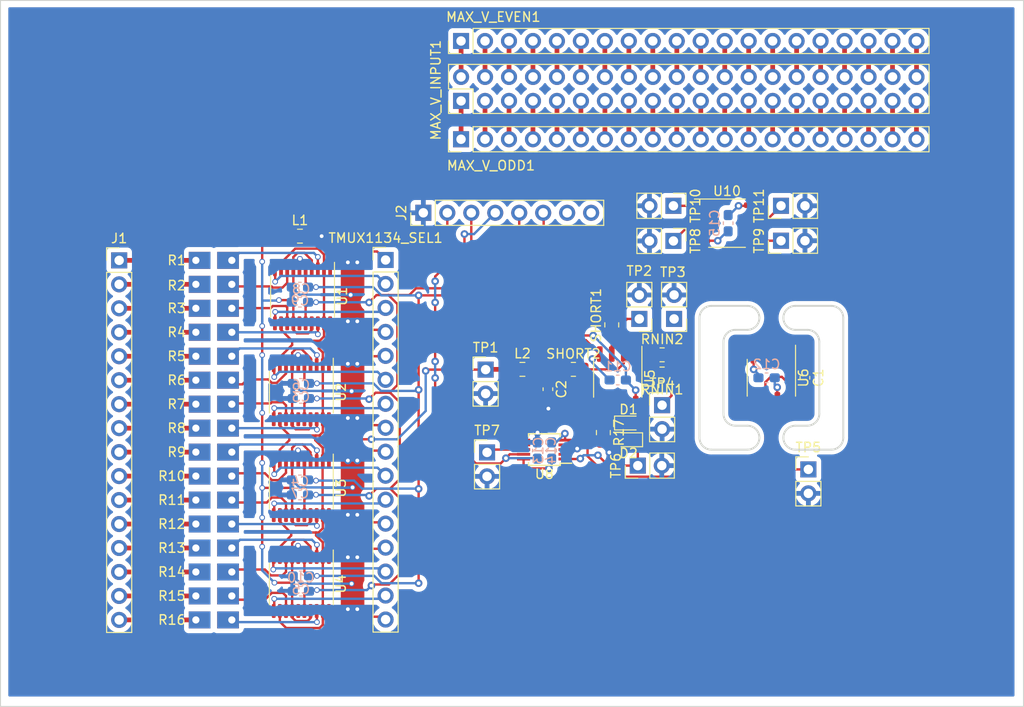
<source format=kicad_pcb>
(kicad_pcb (version 20211014) (generator pcbnew)
  (layers (0 "F.Cu" signal) (31 "B.Cu" signal) (34 "B.Paste" user) (35 "F.Paste" user) (36 "B.SilkS" user "B.Silkscreen") (37 "F.SilkS" user "F.Silkscreen") (38 "B.Mask" user) (39 "F.Mask" user) (44 "Edge.Cuts" user))
  (net 0 "")
  (net 1 "Net-(TMUX1134_SEL1-Pad1)")
  (net 2 "Net-(L2-Pad1)")
  (net 3 "Net-(L1-Pad1)")
  (net 4 "-2V5")
  (net 5 "GND")
  (net 6 "Net-(R3-Pad2)")
  (net 7 "Net-(TMUX1134_SEL1-Pad2)")
  (net 8 "Net-(TMUX1134_SEL1-Pad3)")
  (net 9 "Net-(R2-Pad2)")
  (net 10 "+2V5")
  (net 11 "Net-(TMUX1134_SEL1-Pad5)")
  (net 12 "Net-(R8-Pad2)")
  (net 13 "Net-(R7-Pad2)")
  (net 14 "Net-(TMUX1134_SEL1-Pad6)")
  (net 15 "Net-(TMUX1134_SEL1-Pad7)")
  (net 16 "Net-(R6-Pad2)")
  (net 17 "Net-(TMUX1134_SEL1-Pad9)")
  (net 18 "Net-(TMUX1134_SEL1-Pad10)")
  (net 19 "Net-(TMUX1134_SEL1-Pad11)")
  (net 20 "Net-(R10-Pad2)")
  (net 21 "Net-(TMUX1134_SEL1-Pad13)")
  (net 22 "Net-(R16-Pad2)")
  (net 23 "Net-(R15-Pad2)")
  (net 24 "Net-(TMUX1134_SEL1-Pad14)")
  (net 25 "Net-(TMUX1134_SEL1-Pad15)")
  (net 26 "Net-(R14-Pad2)")
  (net 27 "Net-(RNIN2-Pad2)")
  (net 28 "SUMMING NODE")
  (net 29 "ZERO_DAC1")
  (net 30 "-5VA")
  (net 31 "INTEGRATOR OUT")
  (net 32 "+5VA")
  (net 34 "ZERO_DAC2")
  (net 38 "COMP")
  (net 39 "Net-(C2-Pad1)")
  (net 40 "Net-(J1-Pad1)")
  (net 41 "Net-(J1-Pad2)")
  (net 42 "Net-(J1-Pad3)")
  (net 43 "Net-(J1-Pad4)")
  (net 44 "Net-(J1-Pad5)")
  (net 45 "Net-(J1-Pad6)")
  (net 46 "Net-(J1-Pad7)")
  (net 47 "Net-(J1-Pad8)")
  (net 48 "Net-(J1-Pad9)")
  (net 49 "Net-(J1-Pad10)")
  (net 50 "Net-(J1-Pad11)")
  (net 51 "Net-(J1-Pad12)")
  (net 52 "Net-(J1-Pad13)")
  (net 53 "Net-(J1-Pad14)")
  (net 54 "Net-(J1-Pad15)")
  (net 55 "Net-(J1-Pad16)")
  (net 56 "Net-(MAX_V_EVEN1-Pad1)")
  (net 57 "Net-(MAX_V_EVEN1-Pad2)")
  (net 58 "Net-(MAX_V_EVEN1-Pad3)")
  (net 59 "Net-(MAX_V_EVEN1-Pad4)")
  (net 60 "Net-(MAX_V_EVEN1-Pad5)")
  (net 61 "Net-(MAX_V_EVEN1-Pad6)")
  (net 62 "Net-(MAX_V_EVEN1-Pad7)")
  (net 63 "Net-(MAX_V_EVEN1-Pad8)")
  (net 64 "Net-(MAX_V_EVEN1-Pad9)")
  (net 65 "Net-(MAX_V_EVEN1-Pad10)")
  (net 66 "Net-(MAX_V_EVEN1-Pad11)")
  (net 67 "Net-(MAX_V_EVEN1-Pad12)")
  (net 68 "Net-(MAX_V_EVEN1-Pad13)")
  (net 69 "Net-(MAX_V_EVEN1-Pad14)")
  (net 70 "Net-(MAX_V_EVEN1-Pad15)")
  (net 71 "Net-(MAX_V_EVEN1-Pad16)")
  (net 72 "Net-(MAX_V_EVEN1-Pad17)")
  (net 73 "Net-(MAX_V_EVEN1-Pad18)")
  (net 74 "Net-(MAX_V_EVEN1-Pad19)")
  (net 75 "Net-(MAX_V_EVEN1-Pad20)")
  (net 76 "Net-(MAX_V_INPUT1-Pad1)")
  (net 77 "Net-(MAX_V_INPUT1-Pad3)")
  (net 78 "Net-(MAX_V_INPUT1-Pad5)")
  (net 79 "Net-(MAX_V_INPUT1-Pad7)")
  (net 80 "Net-(MAX_V_INPUT1-Pad9)")
  (net 81 "Net-(MAX_V_INPUT1-Pad11)")
  (net 82 "Net-(MAX_V_INPUT1-Pad13)")
  (net 83 "Net-(MAX_V_INPUT1-Pad15)")
  (net 84 "Net-(MAX_V_INPUT1-Pad17)")
  (net 85 "Net-(MAX_V_INPUT1-Pad19)")
  (net 86 "Net-(MAX_V_INPUT1-Pad21)")
  (net 87 "Net-(MAX_V_INPUT1-Pad23)")
  (net 88 "Net-(MAX_V_INPUT1-Pad25)")
  (net 89 "Net-(MAX_V_INPUT1-Pad27)")
  (net 90 "Net-(MAX_V_INPUT1-Pad29)")
  (net 91 "Net-(MAX_V_INPUT1-Pad31)")
  (net 92 "Net-(MAX_V_INPUT1-Pad33)")
  (net 93 "Net-(MAX_V_INPUT1-Pad35)")
  (net 94 "Net-(MAX_V_INPUT1-Pad37)")
  (net 95 "Net-(MAX_V_INPUT1-Pad39)")
  (net 96 "Net-(TMUX1134_SEL1-Pad4)")
  (net 97 "Net-(TMUX1134_SEL1-Pad8)")
  (net 98 "Net-(TMUX1134_SEL1-Pad12)")
  (net 99 "Net-(TMUX1134_SEL1-Pad16)")
  (net 100 "Net-(D1-Pad1)")
  (net 101 "Net-(R1-Pad2)")
  (net 102 "Net-(R13-Pad2)")
  (net 103 "+3V3")
  (net 104 "Net-(R4-Pad2)")
  (net 105 "Net-(R5-Pad2)")
  (net 106 "Net-(R9-Pad2)")
  (net 107 "Net-(R11-Pad2)")
  (net 108 "Net-(R12-Pad2)")
  (net 109 "+15V")
  (net 110 "-15V")
  (net 111 "Net-(TP8-Pad1)")
  (net 112 "Net-(TP9-Pad1)")
  (net 113 "Net-(TP10-Pad1)")
  (net 114 "Net-(TP11-Pad1)")
  (net 115 "Slope Amp")
  (footprint "Connector_PinHeader_2.54mm:PinHeader_1x02_P2.54mm_Vertical" (layer "F.Cu") (at 108 62.759 -90)
    (fp_text reference "TP10")
    (fp_text value "TestPoint_2Pole" hide)
  )
  (footprint "Diode_SMD:D_0603_1608Metric" (layer "F.Cu") (at 103.244 85.7735)
    (fp_text reference "D1")
    (fp_text value "D")
  )
  (footprint "VM1085:Resistor_multipad" (layer "F.Cu") (at 59.3 78.7)
    (fp_text reference "R5")
    (fp_text value "R")
  )
  (footprint "Package_SO:TSSOP-20_4.4x6.5mm_P0.65mm" (layer "F.Cu") (at 68.698 72.35 -90)
    (fp_text reference "U1")
    (fp_text value "TMUX1134")
  )
  (footprint "Connector_PinHeader_2.54mm:PinHeader_1x02_P2.54mm_Vertical" (layer "F.Cu") (at 108 66.484 -90)
    (fp_text reference "TP8")
    (fp_text value "TestPoint_2Pole" hide)
  )
  (footprint "VM1085:Resistor_multipad" (layer "F.Cu") (at 59.3 73.62)
    (fp_text reference "R3")
    (fp_text value "R")
  )
  (footprint "Resistor_SMD:R_0805_2012Metric_Pad1.20x1.40mm_HandSolder" (layer "F.Cu") (at 106.8 78.5505 180)
    (fp_text reference "RNIN2")
    (fp_text value "R")
  )
  (footprint "VM1085:Resistor_multipad" (layer "F.Cu") (at 59.3 91.4)
    (fp_text reference "R10")
    (fp_text value "R")
  )
  (footprint "Connector_PinHeader_2.54mm:PinHeader_2x20_P2.54mm_Vertical" (layer "F.Cu") (at 85.5 51.6425 90)
    (fp_text reference "MAX_V_INPUT1")
    (fp_text value "Conn_02x20_Odd_Even" hide)
  )
  (footprint "Capacitor_SMD:C_0805_2012Metric_Pad1.18x1.45mm_HandSolder" (layer "F.Cu") (at 68.423 65.974)
    (fp_text reference "L1")
    (fp_text value "L")
  )
  (footprint "VM1085:Resistor_multipad" (layer "F.Cu") (at 59.3 96.48)
    (fp_text reference "R12")
    (fp_text value "R")
  )
  (footprint "Connector_PinHeader_2.54mm:PinHeader_1x02_P2.54mm_Vertical" (layer "F.Cu") (at 88.25 88.8905)
    (fp_text reference "TP7")
    (fp_text value "TestPoint_2Pole" hide)
  )
  (footprint "Connector_PinHeader_2.54mm:PinHeader_1x02_P2.54mm_Vertical" (layer "F.Cu") (at 119.4 66.459 90)
    (fp_text reference "TP9")
    (fp_text value "TestPoint_2Pole" hide)
  )
  (footprint "Package_SO:SOP-8_3.9x4.9mm_P1.27mm" (layer "F.Cu") (at 113.677 64.6)
    (fp_text reference "U10")
    (fp_text value "OPA2145")
  )
  (footprint "Resistor_SMD:R_0805_2012Metric_Pad1.20x1.40mm_HandSolder" (layer "F.Cu") (at 100.577 86.7895 -90)
    (fp_text reference "R17")
    (fp_text value "R")
  )
  (footprint "Connector_PinHeader_2.54mm:PinHeader_1x20_P2.54mm_Vertical" (layer "F.Cu") (at 85.495 55.7065 90)
    (fp_text reference "MAX_V_ODD1")
    (fp_text value "Conn_01x20_Female" hide)
  )
  (footprint "Connector_PinHeader_2.54mm:PinHeader_1x20_P2.54mm_Vertical" (layer "F.Cu") (at 85.495 45.2925 90)
    (fp_text reference "MAX_V_EVEN1")
    (fp_text value "Conn_01x20_Female" hide)
  )
  (footprint "Package_SO:TSSOP-20_4.4x6.5mm_P0.65mm" (layer "F.Cu") (at 68.571 82.51 -90)
    (fp_text reference "U2")
    (fp_text value "TMUX1134")
  )
  (footprint "Capacitor_SMD:C_0805_2012Metric_Pad1.18x1.45mm_HandSolder" (layer "F.Cu") (at 92 80.0905)
    (fp_text reference "L2")
    (fp_text value "L")
  )
  (footprint "Package_SO:SOP-8_3.9x4.9mm_P1.27mm" (layer "F.Cu") (at 102.101 81.0905 -90)
    (fp_text reference "U5")
    (fp_text value "OPA2145")
  )
  (footprint "Resistor_SMD:R_0805_2012Metric_Pad1.20x1.40mm_HandSolder" (layer "F.Cu") (at 101.466 75.3755 90)
    (fp_text reference "SHORT1")
    (fp_text value "R")
  )
  (footprint "Resistor_SMD:R_0805_2012Metric_Pad1.20x1.40mm_HandSolder" (layer "F.Cu") (at 106.8 80.5825 180)
    (fp_text reference "RNIN1")
    (fp_text value "R")
  )
  (footprint "Connector_PinHeader_2.54mm:PinHeader_1x02_P2.54mm_Vertical" (layer "F.Cu") (at 122.3 90.6905)
    (fp_text reference "TP5")
    (fp_text value "TestPoint_2Pole")
  )
  (footprint "VM1085:Resistor_multipad" (layer "F.Cu") (at 59.3 99.02)
    (fp_text reference "R13")
    (fp_text value "R")
  )
  (footprint "Package_SO:MSOP-10_3x3mm_P0.5mm" (layer "F.Cu") (at 94.322 88.5905 180)
    (fp_text reference "U8")
    (fp_text value "LT1715")
  )
  (footprint "Package_SO:TSSOP-20_4.4x6.5mm_P0.65mm" (layer "F.Cu") (at 68.571 92.67 -90)
    (fp_text reference "U3")
    (fp_text value "TMUX1134")
  )
  (footprint "VM1085:Resistor_multipad" (layer "F.Cu") (at 59.3 76.16)
    (fp_text reference "R4")
    (fp_text value "R")
  )
  (footprint "VM1085:Resistor_multipad" (layer "F.Cu") (at 59.3 88.86)
    (fp_text reference "R9")
    (fp_text value "R")
  )
  (footprint "Resistor_SMD:R_0805_2012Metric_Pad1.20x1.40mm_HandSolder" (layer "F.Cu") (at 97.4 80.0905)
    (fp_text reference "SHORT2")
    (fp_text value "R")
  )
  (footprint "Connector_PinHeader_2.54mm:PinHeader_1x02_P2.54mm_Vertical" (layer "F.Cu") (at 108.07 74.7455 180)
    (fp_text reference "TP3")
    (fp_text value "TestPoint_2Pole")
  )
  (footprint "Connector_PinHeader_2.54mm:PinHeader_1x02_P2.54mm_Vertical" (layer "F.Cu") (at 88.1 80.1155)
    (fp_text reference "TP1")
    (fp_text value "TestPoint_2Pole" hide)
  )
  (footprint "Connector_PinHeader_2.54mm:PinHeader_1x02_P2.54mm_Vertical" (layer "F.Cu") (at 104.226 90.2905 90)
    (fp_text reference "TP6")
    (fp_text value "TestPoint_2Pole")
  )
  (footprint "Connector_PinHeader_2.54mm:PinHeader_1x02_P2.54mm_Vertical" (layer "F.Cu") (at 104.387 74.7455 180)
    (fp_text reference "TP2")
    (fp_text value "TestPoint_2Pole")
  )
  (footprint "Connector_PinHeader_2.54mm:PinHeader_1x02_P2.54mm_Vertical" (layer "F.Cu") (at 119.4 62.759 90)
    (fp_text reference "TP11")
    (fp_text value "TestPoint_2Pole" hide)
  )
  (footprint "Package_SO:TSSOP-20_4.4x6.5mm_P0.65mm" (layer "F.Cu") (at 68.571 102.83 -90)
    (fp_text reference "U4")
    (fp_text value "TMUX1134")
  )
  (footprint "VM1085:Resistor_multipad" (layer "F.Cu") (at 59.3 71.08)
    (fp_text reference "R2")
    (fp_text value "R")
  )
  (footprint "Capacitor_SMD:C_0603_1608Metric_Pad1.08x0.95mm_HandSolder" (layer "F.Cu") (at 94.7 82.1905 -90)
    (fp_text reference "C2")
    (fp_text value "C")
  )
  (footprint "VM1085:Resistor_multipad" (layer "F.Cu") (at 59.3 104.1)
    (fp_text reference "R15")
    (fp_text value "R")
  )
  (footprint "VM1085:SMD_1.27_proto_area" (layer "F.Cu") (at 98.875 104.975)
    (fp_text reference "U7" hide)
    (fp_text value "SMD_1.27MM_PROTO_AREA" hide)
  )
  (footprint "Connector_PinHeader_2.54mm:PinHeader_1x08_P2.54mm_Vertical" (layer "F.Cu") (at 81.5 63.5 90)
    (fp_text reference "J2")
    (fp_text value "Conn_01x08_Female" hide)
  )
  (footprint "VM1085:Resistor_multipad" (layer "F.Cu") (at 59.3 101.56)
    (fp_text reference "R14")
    (fp_text value "R")
  )
  (footprint "VM1085:Resistor_multipad" (layer "F.Cu") (at 59.3 81.24)
    (fp_text reference "R6")
    (fp_text value "R")
  )
  (footprint "VM1085:Resistor_multipad" (layer "F.Cu") (at 59.3 86.32)
    (fp_text reference "R8")
    (fp_text value "R")
  )
  (footprint "Capacitor_SMD:C_0603_1608Metric_Pad1.08x0.95mm_HandSolder" (layer "F.Cu") (at 121.936 80.9805 -90)
    (fp_text reference "C1")
    (fp_text value "330p")
  )
  (footprint "Connector_PinHeader_2.54mm:PinHeader_1x16_P2.54mm_Vertical" (layer "F.Cu") (at 49.267 68.54)
    (fp_text reference "J1")
    (fp_text value "Conn_01x16_Female" hide)
  )
  (footprint "Diode_SMD:D_0603_1608Metric" (layer "F.Cu") (at 103.244 87.5515 180)
    (fp_text reference "D2")
    (fp_text value "D")
  )
  (footprint "VM1085:Resistor_multipad" (layer "F.Cu") (at 59.3 93.94)
    (fp_text reference "R11")
    (fp_text value "R")
  )
  (footprint "VM1085:Resistor_multipad" (layer "F.Cu") (at 59.3 106.64)
    (fp_text reference "R16")
    (fp_text value "R")
  )
  (footprint "VM1085:Resistor_multipad" (layer "F.Cu") (at 59.3 68.54)
    (fp_text reference "R1")
    (fp_text value "R")
  )
  (footprint "Connector_PinHeader_2.54mm:PinHeader_1x16_P2.54mm_Vertical" (layer "F.Cu") (at 77.5 68.5)
    (fp_text reference "TMUX1134_SEL1")
    (fp_text value "Conn_01x16_Female" hide)
  )
  (footprint "Connector_PinHeader_2.54mm:PinHeader_1x02_P2.54mm_Vertical" (layer "F.Cu") (at 106.8 83.8845)
    (fp_text reference "TP4")
    (fp_text value "TestPoint_2Pole")
  )
  (footprint "Package_SO:SOIC-8_3.9x4.9mm_P1.27mm" (layer "F.Cu") (at 118.38 80.9805 -90)
    (fp_text reference "U6")
    (fp_text value "AD8065")
  )
  (footprint "VM1085:Resistor_multipad" (layer "F.Cu") (at 59.3 83.78)
    (fp_text reference "R7")
    (fp_text value "R")
  )
  (footprint "Capacitor_SMD:C_0603_1608Metric_Pad1.08x0.95mm_HandSolder" (layer "B.Cu") (at 68.423 93.4 180)
    (fp_text reference "C4")
    (fp_text value "C")
  )
  (footprint "Capacitor_SMD:C_0603_1608Metric_Pad1.08x0.95mm_HandSolder" (layer "B.Cu") (at 68.423 91.8)
    (fp_text reference "C7")
    (fp_text value "C")
  )
  (footprint "Capacitor_SMD:C_0603_1608Metric_Pad1.08x0.95mm_HandSolder" (layer "B.Cu") (at 93.576 88.6905 90)
    (fp_text reference "C14")
    (fp_text value "C")
  )
  (footprint "Capacitor_SMD:C_0603_1608Metric_Pad1.08x0.95mm_HandSolder" (layer "B.Cu") (at 68.523 81.574)
    (fp_text reference "C3")
    (fp_text value "C")
  )
  (footprint "Capacitor_SMD:C_0603_1608Metric_Pad1.08x0.95mm_HandSolder" (layer "B.Cu") (at 117.872 80.9805 180)
    (fp_text reference "C12")
    (fp_text value "C")
  )
  (footprint "Capacitor_SMD:C_0603_1608Metric_Pad1.08x0.95mm_HandSolder" (layer "B.Cu") (at 68.523 83.174 180)
    (fp_text reference "C6")
    (fp_text value "C")
  )
  (footprint "Capacitor_SMD:C_0603_1608Metric_Pad1.08x0.95mm_HandSolder" (layer "B.Cu") (at 102.101 81.2175 180)
    (fp_text reference "C11")
    (fp_text value "C")
  )
  (footprint "Capacitor_SMD:C_0603_1608Metric_Pad1.08x0.95mm_HandSolder" (layer "B.Cu") (at 113.8 64.6 -90)
    (fp_text reference "C15")
    (fp_text value "C")
  )
  (footprint "Capacitor_SMD:C_0603_1608Metric_Pad1.08x0.95mm_HandSolder" (layer "B.Cu") (at 95.1 88.6905 90)
    (fp_text reference "C13")
    (fp_text value "C")
  )
  (footprint "Capacitor_SMD:C_0603_1608Metric_Pad1.08x0.95mm_HandSolder" (layer "B.Cu") (at 68.523 101.974)
    (fp_text reference "C5")
    (fp_text value "C")
  )
  (footprint "Capacitor_SMD:C_0603_1608Metric_Pad1.08x0.95mm_HandSolder" (layer "B.Cu") (at 68.423 71.374)
    (fp_text reference "C9")
    (fp_text value "C")
  )
  (footprint "Capacitor_SMD:C_0603_1608Metric_Pad1.08x0.95mm_HandSolder" (layer "B.Cu") (at 68.423 72.974 180)
    (fp_text reference "C8")
    (fp_text value "C")
  )
  (footprint "Capacitor_SMD:C_0603_1608Metric_Pad1.08x0.95mm_HandSolder" (layer "B.Cu") (at 68.523 103.6 180)
    (fp_text reference "C10")
    (fp_text value "C")
  )
  (gr_arc (start 126 87.3305) (mid 125.628026 88.228526) (end 124.73 88.6005) (layer "Edge.Cuts") (width 0.2))
  (gr_arc (start 110.76 74.6305) (mid 111.131974 73.732474) (end 112.03 73.3605) (layer "Edge.Cuts") (width 0.2))
  (gr_arc (start 117.11 87.3305) (mid 116.738026 88.228526) (end 115.84 88.6005) (layer "Edge.Cuts") (width 0.2))
  (gr_arc (start 123.46 84.7905) (mid 123.088026 85.688526) (end 122.19 86.0605) (layer "Edge.Cuts") (width 0.2))
  (gr_line (start 126 87.3305) (end 126 74.6305) (layer "Edge.Cuts") (width 0.2))
  (gr_arc (start 112.03 88.6005) (mid 111.131974 88.228526) (end 110.76 87.3305) (layer "Edge.Cuts") (width 0.2))
  (gr_line (start 115.84 73.3605) (end 112.03 73.3605) (layer "Edge.Cuts") (width 0.2))
  (gr_line (start 122.19 86.0605) (end 120.92 86.0605) (layer "Edge.Cuts") (width 0.2))
  (gr_line (start 110.76 74.6305) (end 110.76 87.3305) (layer "Edge.Cuts") (width 0.2))
  (gr_line (start 120.92 88.6005) (end 124.73 88.6005) (layer "Edge.Cuts") (width 0.2))
  (gr_arc (start 120.92 88.6005) (mid 120.021974 88.228526) (end 119.65 87.3305) (layer "Edge.Cuts") (width 0.2))
  (gr_line (start 120.92 75.9005) (end 122.19 75.9005) (layer "Edge.Cuts") (width 0.2))
  (gr_line (start 115.84 86.0605) (end 114.57 86.0605) (layer "Edge.Cuts") (width 0.2))
  (gr_arc (start 119.65 87.3305) (mid 120.021974 86.432474) (end 120.92 86.0605) (layer "Edge.Cuts") (width 0.2))
  (gr_rect (start 36.69 41) (end 145.1 115.81) (layer "Edge.Cuts") (width 0.1) (fill none))
  (gr_line (start 124.73 73.3605) (end 120.92 73.3605) (layer "Edge.Cuts") (width 0.2))
  (gr_arc (start 114.57 86.0605) (mid 113.671974 85.688526) (end 113.3 84.7905) (layer "Edge.Cuts") (width 0.2))
  (gr_arc (start 122.19 75.9005) (mid 123.088026 76.272474) (end 123.46 77.1705) (layer "Edge.Cuts") (width 0.2))
  (gr_line (start 113.3 84.7905) (end 113.3 77.1705) (layer "Edge.Cuts") (width 0.2))
  (gr_arc (start 120.92 75.9005) (mid 120.021974 75.528526) (end 119.65 74.6305) (layer "Edge.Cuts") (width 0.2))
  (gr_arc (start 119.65 74.6305) (mid 120.021974 73.732474) (end 120.92 73.3605) (layer "Edge.Cuts") (width 0.2))
  (gr_line (start 114.57 75.9005) (end 115.84 75.9005) (layer "Edge.Cuts") (width 0.2))
  (gr_arc (start 113.3 77.1705) (mid 113.671974 76.272474) (end 114.57 75.9005) (layer "Edge.Cuts") (width 0.2))
  (gr_arc (start 117.11 74.6305) (mid 116.738026 75.528526) (end 115.84 75.9005) (layer "Edge.Cuts") (width 0.2))
  (gr_arc (start 124.73 73.3605) (mid 125.628026 73.732474) (end 126 74.6305) (layer "Edge.Cuts") (width 0.2))
  (gr_arc (start 115.84 73.3605) (mid 116.738026 73.732474) (end 117.11 74.6305) (layer "Edge.Cuts") (width 0.2))
  (gr_line (start 112.03 88.6005) (end 115.84 88.6005) (layer "Edge.Cuts") (width 0.2))
  (gr_line (start 123.46 77.1705) (end 123.46 84.7905) (layer "Edge.Cuts") (width 0.2))
  (gr_arc (start 115.84 86.0605) (mid 116.738026 86.432474) (end 117.11 87.3305) (layer "Edge.Cuts") (width 0.2))
  (gr_text "Alex Gorovenko" (at 126.7 112.2) (layer "F.Cu") (effects (font (size 1.5 1.5) (thickness 0.3))))
  (gr_text "VM1085 V0.1\nPROTO \nANALOG CORE" (at 48.9 47.8) (layer "F.Cu") (effects (font (size 1.5 1.5) (thickness 0.3))))
  (segment (start 72.5 67.6) (end 76.6 67.6) (width 0.25) (layer "F.Cu") (net 1))
  (segment (start 71.623 69.4875) (end 71.623 68.477) (width 0.25) (layer "F.Cu") (net 1))
  (segment (start 76.6 67.6) (end 77.5 68.5) (width 0.25) (layer "F.Cu") (net 1))
  (segment (start 71.623 68.477) (end 72.5 67.6) (width 0.25) (layer "F.Cu") (net 1))
  (segment (start 70.132162 97.699969) (end 70.847511 98.415318) (width 0.25) (layer "F.Cu") (net 2))
  (segment (start 70.846 85.3725) (end 70.847511 85.374011) (width 0.25) (layer "F.Cu") (net 2))
  (segment (start 70.847511 99.969011) (end 70.846 99.9675) (width 0.25) (layer "F.Cu") (net 2))
  (segment (start 70.847511 86.732682) (end 70.481682 87.098511) (width 0.25) (layer "F.Cu") (net 2))
  (segment (start 67.33415 87.098511) (end 66.296 86.060361) (width 0.25) (layer "F.Cu") (net 2))
  (segment (start 70.847511 105.690989) (end 70.847511 99.969011) (width 0.25) (layer "F.Cu") (net 2))
  (segment (start 70.973 67.924) (end 70.973 69.4875) (width 0.25) (layer "F.Cu") (net 2))
  (segment (start 70.132162 97.383162) (end 70.123 97.374) (width 0.25) (layer "F.Cu") (net 2))
  (segment (start 70.498489 107.498511) (end 66.963172 107.498511) (width 0.25) (layer "F.Cu") (net 2))
  (segment (start 70.847511 79.645989) (end 70.847511 78.298511) (width 0.25) (layer "F.Cu") (net 2))
  (segment (start 70.846 105.6925) (end 70.847511 105.694011) (width 0.25) (layer "F.Cu") (net 2))
  (segment (start 66.423 69.4875) (end 66.423 68.799639) (width 0.25) (layer "F.Cu") (net 2))
  (segment (start 70.423 77.074) (end 69.923 77.074) (width 0.25) (layer "F.Cu") (net 2))
  (segment (start 66.423 68.799639) (end 67.92267 67.299969) (width 0.25) (layer "F.Cu") (net 2))
  (segment (start 70.506193 77.074) (end 69.923 77.074) (width 0.25) (layer "F.Cu") (net 2))
  (segment (start 81.8845 80.1155) (end 88.1 80.1155) (width 0.25) (layer "F.Cu") (net 2))
  (segment (start 70.847511 99.965989) (end 70.846 99.9675) (width 0.25) (layer "F.Cu") (net 2))
  (segment (start 70.847511 105.694011) (end 70.847511 107.149489) (width 0.25) (layer "F.Cu") (net 2))
  (segment (start 70.123 97.374) (end 67.449639 97.374) (width 0.25) (layer "F.Cu") (net 2))
  (segment (start 70.847511 89.805989) (end 70.846 89.8075) (width 0.25) (layer "F.Cu") (net 2))
  (segment (start 70.973 75.2125) (end 70.973 69.4875) (width 0.25) (layer "F.Cu") (net 2))
  (segment (start 70.823 95.5095) (end 70.846 95.5325) (width 0.25) (layer "F.Cu") (net 2))
  (segment (start 70.847511 98.415318) (end 70.847511 99.965989) (width 0.25) (layer "F.Cu") (net 2))
  (segment (start 70.846 89.8075) (end 70.823 89.8305) (width 0.25) (layer "F.Cu") (net 2))
  (segment (start 70.846 78.959639) (end 70.847511 78.958128) (width 0.25) (layer "F.Cu") (net 2))
  (segment (start 69.923 77.074) (end 67.596639 77.074) (width 0.25) (layer "F.Cu") (net 2))
  (segment (start 70.481682 87.098511) (end 70.883171 87.5) (width 0.25) (layer "F.Cu") (net 2))
  (segment (start 66.296 96.220361) (end 66.296 95.5325) (width 0.25) (layer "F.Cu") (net 2))
  (segment (start 66.296 89.8075) (end 66.296 88.601) (width 0.25) (layer "F.Cu") (net 2))
  (segment (start 88.125 80.0905) (end 88.1 80.1155) (width 0.5) (layer "F.Cu") (net 2))
  (segment (start 70.348969 67.299969) (end 70.973 67.924) (width 0.25) (layer "F.Cu") (net 2))
  (segment (start 70.847511 95.534011) (end 70.847511 96.932682) (width 0.25) (layer "F.Cu") (net 2))
  (segment (start 66.296 78.801) (end 66.296 79.6475) (width 0.25) (layer "F.Cu") (net 2))
  (segment (start 70.846 85.3725) (end 70.846 83.434193) (width 0.25) (layer "F.Cu") (net 2))
  (segment (start 70.481682 87.098511) (end 70.098489 87.098511) (width 0.25) (layer "F.Cu") (net 2))
  (segment (start 70.846 79.6475) (end 70.847511 79.645989) (width 0.25) (layer "F.Cu") (net 2))
  (segment (start 66.296 99.9675) (end 66.296 98.901) (width 0.25) (layer "F.Cu") (net 2))
  (segment (start 67.449639 97.374) (end 66.296 96.220361) (width 0.25) (layer "F.Cu") (net 2))
  (segment (start 70.847511 88.398511) (end 70.847511 89.805989) (width 0.25) (layer "F.Cu") (net 2))
  (segment (start 66.296 98.901) (end 67.497031 97.699969) (width 0.25) (layer "F.Cu") (net 2))
  (segment (start 70.847511 78.298511) (end 70.423 77.874) (width 0.25) (layer "F.Cu") (net 2))
  (segment (start 70.048969 87.599969) (end 70.847511 88.398511) (width 0.25) (layer "F.Cu") (net 2))
  (segment (start 90.9625 80.0905) (end 88.125 80.0905) (width 0.5) (layer "F.Cu") (net 2))
  (segment (start 67.596639 77.074) (end 66.423 75.900361) (width 0.25) (layer "F.Cu") (net 2))
  (segment (start 66.296 86.060361) (end 66.296 85.3725) (width 0.25) (layer "F.Cu") (net 2))
  (segment (start 70.423 77.874) (end 70.423 77.074) (width 0.25) (layer "F.Cu") (net 2))
  (segment (start 67.297031 87.599969) (end 67.297031 87.13563) (width 0.25) (layer "F.Cu") (net 2))
  (segment (start 70.883171 87.5) (end 76 87.5) (width 0.25) (layer "F.Cu") (net 2))
  (segment (start 66.963172 107.498511) (end 66.296 106.831339) (width 0.25) (layer "F.Cu") (net 2))
  (segment (start 70.973 76.607193) (end 70.506193 77.074) (width 0.25) (layer "F.Cu") (net 2))
  (segment (start 67.597031 77.499969) (end 66.296 78.801) (width 0.25) (layer "F.Cu") (net 2))
  (segment (start 70.847511 85.374011) (end 70.847511 86.732682) (width 0.25) (layer "F.Cu") (net 2))
  (segment (start 66.296 88.601) (end 67.297031 87.599969) (width 0.25) (layer "F.Cu") (net 2))
  (segment (start 67.597031 77.074392) (end 67.596639 77.074) (width 0.25) (layer "F.Cu") (net 2))
  (segment (start 67.597031 77.499969) (end 67.597031 77.074392) (width 0.25) (layer "F.Cu") (net 2))
  (segment (start 70.846 105.6925) (end 70.847511 105.690989) (width 0.25) (layer "F.Cu") (net 2))
  (segment (start 70.846 95.5325) (end 70.847511 95.534011) (width 0.25) (layer "F.Cu") (net 2))
  (segment (start 70.846 83.434193) (end 70.847511 83.432682) (width 0.25) (layer "F.Cu") (net 2))
  (segment (start 67.497031 97.421392) (end 67.449639 97.374) (width 0.25) (layer "F.Cu") (net 2))
  (segment (start 67.497031 97.699969) (end 67.497031 97.421392) (width 0.25) (layer "F.Cu") (net 2))
  (segment (start 70.847511 79.649011) (end 70.846 79.6475) (width 0.25) (layer "F.Cu") (net 2))
  (segment (start 70.847511 107.149489) (end 70.498489 107.498511) (width 0.25) (layer "F.Cu") (net 2))
  (segment (start 70.098489 87.098511) (end 67.33415 87.098511) (width 0.25) (layer "F.Cu") (net 2))
  (segment (start 70.846 79.6475) (end 70.846 78.959639) (width 0.25) (layer "F.Cu") (net 2))
  (segment (start 81.75 80.25) (end 81.8845 80.1155) (width 0.25) (layer "F.Cu") (net 2))
  (segment (start 70.406193 97.374) (end 70.123 97.374) (width 0.25) (layer "F.Cu") (net 2))
  (segment (start 66.423 75.900361) (end 66.423 75.2125) (width 0.25) (layer "F.Cu") (net 2))
  (segment (start 70.823 89.8305) (end 70.823 95.5095) (width 0.25) (layer "F.Cu") (net 2))
  (segment (start 70.847511 96.932682) (end 70.406193 97.374) (width 0.25) (layer "F.Cu") (net 2))
  (segment (start 70.132162 97.699969) (end 70.132162 97.383162) (width 0.25) (layer "F.Cu") (net 2))
  (segment (start 70.048969 87.148031) (end 70.098489 87.098511) (width 0.25) (layer "F.Cu") (net 2))
  (segment (start 70.973 75.2125) (end 70.973 76.607193) (width 0.25) (layer "F.Cu") (net 2))
  (segment (start 70.048969 87.599969) (end 70.048969 87.148031) (width 0.25) (layer "F.Cu") (net 2))
  (segment (start 67.92267 67.299969) (end 70.348969 67.299969) (width 0.25) (layer "F.Cu") (net 2))
  (segment (start 66.296 106.831339) (end 66.296 105.6925) (width 0.25) (layer "F.Cu") (net 2))
  (segment (start 70.847511 83.432682) (end 70.847511 79.649011) (width 0.25) (layer "F.Cu") (net 2))
  (segment (start 67.297031 87.13563) (end 67.33415 87.098511) (width 0.25) (layer "F.Cu") (net 2))
  (via (at 76 87.5) (size 0.8) (drill 0.4) (layers "F.Cu" "B.Cu") (net 2))
  (via (at 81.75 80.25) (size 0.8) (drill 0.4) (layers "F.Cu" "B.Cu") (net 2))
  (segment (start 78.75 87.5) (end 76 87.5) (width 0.25) (layer "B.Cu") (net 2))
  (segment (start 81.75 84.5) (end 78.75 87.5) (width 0.25) (layer "B.Cu") (net 2))
  (segment (start 81.75 80.25) (end 81.75 84.5) (width 0.25) (layer "B.Cu") (net 2))
  (segment (start 64.423 98.874) (end 64.423 95.8) (width 0.25) (layer "F.Cu") (net 3))
  (segment (start 67.970159 106.75452) (end 69.24248 106.75452) (width 0.25) (layer "F.Cu") (net 3))
  (segment (start 69.673 75.900361) (end 69.673 75.2125) (width 0.25) (layer "F.Cu") (net 3))
  (segment (start 69.546 86.251) (end 69.546 85.3725) (width 0.25) (layer "F.Cu") (net 3))
  (segment (start 67.596 99.9675) (end 67.596 98.517807) (width 0.25) (layer "F.Cu") (net 3))
  (segment (start 67.964318 77.949489) (end 68.598489 77.949489) (width 0.25) (layer "F.Cu") (net 3))
  (segment (start 67.596 86.060361) (end 67.970159 86.43452) (width 0.25) (layer "F.Cu") (net 3))
  (segment (start 67.964318 88.049489) (end 68.715296 88.049489) (width 0.25) (layer "F.Cu") (net 3))
  (segment (start 67.596 92.747) (end 67.4985 92.6495) (width 0.25) (layer "F.Cu") (net 3))
  (segment (start 67.596 92.747) (end 67.596 95.5325) (width 0.25) (layer "F.Cu") (net 3))
  (segment (start 66.2 72.750989) (end 67.246011 72.750989) (width 0.25) (layer "F.Cu") (net 3))
  (segment (start 69.546 78.897) (end 69.546 79.6475) (width 0.25) (layer "F.Cu") (net 3))
  (segment (start 67.596 105.6925) (end 67.596 106.380361) (width 0.25) (layer "F.Cu") (net 3))
  (segment (start 67.723 75.900361) (end 68.097159 76.27452) (width 0.25) (layer "F.Cu") (net 3))
  (segment (start 67.596 98.517807) (end 67.964318 98.149489) (width 0.25) (layer "F.Cu") (net 3))
  (segment (start 67.723 68.190807) (end 68.164318 67.749489) (width 0.25) (layer "F.Cu") (net 3))
  (segment (start 67.596 79.6475) (end 67.596 78.317807) (width 0.25) (layer "F.Cu") (net 3))
  (segment (start 67.723 69.4875) (end 67.723 68.190807) (width 0.25) (layer "F.Cu") (net 3))
  (segment (start 67.596 106.380361) (end 67.970159 106.75452) (width 0.25) (layer "F.Cu") (net 3))
  (segment (start 68.815296 98.149489) (end 69.546 98.880193) (width 0.25) (layer "F.Cu") (net 3))
  (segment (start 68.715296 88.049489) (end 69.546 88.880193) (width 0.25) (layer "F.Cu") (net 3))
  (segment (start 64.423 78.574) (end 64.423 75.5) (width 0.25) (layer "F.Cu") (net 3))
  (segment (start 67.596 102.701) (end 67.596 105.6925) (width 0.25) (layer "F.Cu") (net 3))
  (segment (start 67.723 72.274) (end 67.723 75.2125) (width 0.25) (layer "F.Cu") (net 3))
  (segment (start 67.596 89.8075) (end 67.596 92.747) (width 0.25) (layer "F.Cu") (net 3))
  (segment (start 67.4985 92.6495) (end 64.423 92.6495) (width 0.25) (layer "F.Cu") (net 3))
  (segment (start 65.123 65.974) (end 67.3855 65.974) (width 0.25) (layer "F.Cu") (net 3))
  (segment (start 67.723 75.2125) (end 67.723 75.900361) (width 0.25) (layer "F.Cu") (net 3))
  (segment (start 67.246011 72.750989) (end 67.723 72.274) (width 0.25) (layer "F.Cu") (net 3))
  (segment (start 68.598489 77.949489) (end 69.546 78.897) (width 0.25) (layer "F.Cu") (net 3))
  (segment (start 64.423 90) (end 64.423 84.7) (width 0.25) (layer "F.Cu") (net 3))
  (segment (start 67.596 102.701) (end 67.5935 102.6985) (width 0.25) (layer "F.Cu") (net 3))
  (segment (start 69.546 106.451) (end 69.546 105.6925) (width 0.25) (layer "F.Cu") (net 3))
  (segment (start 69.171841 96.59452) (end 67.970159 96.59452) (width 0.25) (layer "F.Cu") (net 3))
  (segment (start 64.423 66.674) (end 65.123 65.974) (width 0.25) (layer "F.Cu") (net 3))
  (segment (start 67.723 69.4875) (end 67.723 72.274) (width 0.25) (layer "F.Cu") (net 3))
  (segment (start 69.298841 76.27452) (end 69.673 75.900361) (width 0.25) (layer "F.Cu") (net 3))
  (segment (start 69.673 68.524) (end 69.673 69.4875) (width 0.25) (layer "F.Cu") (net 3))
  (segment (start 67.596 96.220361) (end 67.596 95.5325) (width 0.25) (layer "F.Cu") (net 3))
  (segment (start 67.964318 98.149489) (end 68.815296 98.149489) (width 0.25) (layer "F.Cu") (net 3))
  (segment (start 69.546 95.5325) (end 69.546 96.220361) (width 0.25) (layer "F.Cu") (net 3))
  (segment (start 68.898489 67.749489) (end 69.673 68.524) (width 0.25) (layer "F.Cu") (net 3))
  (segment (start 67.5935 102.6985) (end 65.723 102.6985) (width 0.25) (layer "F.Cu") (net 3))
  (segment (start 69.546 98.880193) (end 69.546 99.9675) (width 0.25) (layer "F.Cu") (net 3))
  (segment (start 68.164318 67.749489) (end 68.898489 67.749489) (width 0.25) (layer "F.Cu") (net 3))
  (segment (start 69.546 96.220361) (end 69.171841 96.59452) (width 0.25) (layer "F.Cu") (net 3))
  (segment (start 67.596 79.6475) (end 67.596 82.501) (width 0.25) (layer "F.Cu") (net 3))
  (segment (start 69.36248 86.43452) (end 69.546 86.251) (width 0.25) (layer "F.Cu") (net 3))
  (segment (start 67.970159 86.43452) (end 69.36248 86.43452) (width 0.25) (layer "F.Cu") (net 3))
  (segment (start 67.596 99.9675) (end 67.596 102.701) (width 0.25) (layer "F.Cu") (net 3))
  (segment (start 67.596 89.8075) (end 67.596 88.417807) (width 0.25) (layer "F.Cu") (net 3))
  (segment (start 67.596 88.417807) (end 67.964318 88.049489) (width 0.25) (layer "F.Cu") (net 3))
  (segment (start 67.970159 96.59452) (end 67.596 96.220361) (width 0.25) (layer "F.Cu") (net 3))
  (segment (start 67.596 82.501) (end 67.596 85.3725) (width 0.25) (layer "F.Cu") (net 3))
  (segment (start 69.24248 106.75452) (end 69.546 106.451) (width 0.25) (layer "F.Cu") (net 3))
  (segment (start 67.596 78.317807) (end 67.964318 77.949489) (width 0.25) (layer "F.Cu") (net 3))
  (segment (start 69.546 88.880193) (end 69.546 89.8075) (width 0.25) (layer "F.Cu") (net 3))
  (segment (start 67.596 85.3725) (end 67.596 86.060361) (width 0.25) (layer "F.Cu") (net 3))
  (segment (start 68.097159 76.27452) (end 69.298841 76.27452) (width 0.25) (layer "F.Cu") (net 3))
  (segment (start 64.423 68.674) (end 64.423 66.674) (width 0.25) (layer "F.Cu") (net 3))
  (via (at 64.423 68.674) (size 0.6) (drill 0.4) (layers "F.Cu" "B.Cu") (net 3))
  (via (at 64.423 84.7) (size 0.6) (drill 0.4) (layers "F.Cu" "B.Cu") (net 3))
  (via (at 64.423 95.8) (size 0.6) (drill 0.4) (layers "F.Cu" "B.Cu") (net 3))
  (via (at 64.423 98.874) (size 0.6) (drill 0.4) (layers "F.Cu" "B.Cu") (net 3))
  (via (at 65.723 102.6985) (size 0.6) (drill 0.4) (layers "F.Cu" "B.Cu") (net 3))
  (via (at 64.423 92.6495) (size 0.6) (drill 0.4) (layers "F.Cu" "B.Cu") (net 3))
  (via (at 64.423 78.574) (size 0.6) (drill 0.4) (layers "F.Cu" "B.Cu") (net 3))
  (via (at 66.2 72.750989) (size 0.6) (drill 0.4) (layers "F.Cu" "B.Cu") (net 3))
  (via (at 64.423 75.5) (size 0.6) (drill 0.4) (layers "F.Cu" "B.Cu") (net 3))
  (via (at 64.423 90) (size 0.6) (drill 0.4) (layers "F.Cu" "B.Cu") (net 3))
  (segment (start 64.423 95.8) (end 64.423 90) (width 0.25) (layer "B.Cu") (net 3))
  (segment (start 66.2 72.750989) (end 66.150989 72.8) (width 0.25) (layer "B.Cu") (net 3))
  (segment (start 64.423 84.7) (end 64.423 78.574) (width 0.25) (layer "B.Cu") (net 3))
  (segment (start 64.423 75.5) (end 64.423 68.674) (width 0.25) (layer "B.Cu") (net 3))
  (segment (start 64.423 72.8) (end 64.423 75.5) (width 0.25) (layer "B.Cu") (net 3))
  (segment (start 65.723 102.6985) (end 64.423 101.3985) (width 0.25) (layer "B.Cu") (net 3))
  (segment (start 64.423 101.3985) (end 64.423 98.874) (width 0.25) (layer "B.Cu") (net 3))
  (segment (start 66.150989 72.8) (end 64.423 72.8) (width 0.25) (layer "B.Cu") (net 3))
  (segment (start 68.896 91.447) (end 68.896 89.8075) (width 0.25) (layer "F.Cu") (net 4))
  (segment (start 84.5 72.25) (end 86.58 70.17) (width 0.25) (layer "F.Cu") (net 4))
  (segment (start 81 72.25) (end 84.5 72.25) (width 0.25) (layer "F.Cu") (net 4))
  (segment (start 69.323 81.574) (end 68.896 81.147) (width 0.25) (layer "F.Cu") (net 4))
  (segment (start 81 92.75) (end 81 102.75) (width 0.25) (layer "F.Cu") (net 4))
  (segment (start 69.523 71.374) (end 69.023 70.874) (width 0.25) (layer "F.Cu") (net 4))
  (segment (start 81 72.25) (end 81 82.25) (width 0.25) (layer "F.Cu") (net 4))
  (segment (start 70.223 101.974) (end 69.323 101.974) (width 0.25) (layer "F.Cu") (net 4))
  (segment (start 69.323 101.974) (end 68.896 101.547) (width 0.25) (layer "F.Cu") (net 4))
  (segment (start 86.58 70.17) (end 86.58 63.5) (width 0.25) (layer "F.Cu") (net 4))
  (segment (start 81 82.25) (end 81 92.75) (width 0.25) (layer "F.Cu") (net 4))
  (segment (start 69.023 70.874) (end 69.023 69.4875) (width 0.25) (layer "F.Cu") (net 4))
  (segment (start 68.896 81.147) (end 68.896 79.6475) (width 0.25) (layer "F.Cu") (net 4))
  (segment (start 68.896 101.547) (end 68.896 99.9675) (width 0.25) (layer "F.Cu") (net 4))
  (segment (start 69.323 91.874) (end 68.896 91.447) (width 0.25) (layer "F.Cu") (net 4))
  (segment (start 70.123 91.874) (end 69.323 91.874) (width 0.25) (layer "F.Cu") (net 4))
  (segment (start 70.223 81.574) (end 69.323 81.574) (width 0.25) (layer "F.Cu") (net 4))
  (segment (start 70.123 71.374) (end 69.523 71.374) (width 0.25) (layer "F.Cu") (net 4))
  (via (at 70.123 71.374) (size 0.6) (drill 0.4) (layers "F.Cu" "B.Cu") (net 4))
  (via (at 70.223 81.574) (size 0.6) (drill 0.4) (layers "F.Cu" "B.Cu") (net 4))
  (via (at 81 72.25) (size 0.8) (drill 0.4) (layers "F.Cu" "B.Cu") (net 4))
  (via (at 70.123 91.874) (size 0.6) (drill 0.4) (layers "F.Cu" "B.Cu") (net 4))
  (via (at 70.223 101.974) (size 0.6) (drill 0.4) (layers "F.Cu" "B.Cu") (net 4))
  (via (at 81 102.75) (size 0.8) (drill 0.4) (layers "F.Cu" "B.Cu") (net 4))
  (via (at 81 92.75) (size 0.8) (drill 0.4) (layers "F.Cu" "B.Cu") (net 4))
  (via (at 81 82.25) (size 0.8) (drill 0.4) (layers "F.Cu" "B.Cu") (net 4))
  (segment (start 69.3855 81.574) (end 70.223 81.574) (width 0.25) (layer "B.Cu") (net 4))
  (segment (start 74.157193 91.874) (end 70.123 91.874) (width 0.25) (layer "B.Cu") (net 4))
  (segment (start 69.2855 91.8) (end 69.3595 91.874) (width 0.25) (layer "B.Cu") (net 4))
  (segment (start 76.29299 101.974) (end 70.223 101.974) (width 0.25) (layer "B.Cu") (net 4))
  (segment (start 81 72.25) (end 77.04899 72.25) (width 0.25) (layer "B.Cu") (net 4))
  (segment (start 81 102.75) (end 77.06899 102.75) (width 0.25) (layer "B.Cu") (net 4))
  (segment (start 81 92.75) (end 80.975489 92.725489) (width 0.25) (layer "B.Cu") (net 4))
  (segment (start 76.21299 81.574) (end 70.223 81.574) (width 0.25) (layer "B.Cu") (net 4))
  (segment (start 77.013501 82.374511) (end 76.21299 81.574) (width 0.25) (layer "B.Cu") (net 4))
  (segment (start 70.123 71.374) (end 69.2855 71.374) (width 0.25) (layer "B.Cu") (net 4))
  (segment (start 75.008682 92.725489) (end 74.157193 91.874) (width 0.25) (layer "B.Cu") (net 4))
  (segment (start 81 82.25) (end 80.875489 82.374511) (width 0.25) (layer "B.Cu") (net 4))
  (segment (start 69.3595 91.874) (end 70.123 91.874) (width 0.25) (layer "B.Cu") (net 4))
  (segment (start 77.06899 102.75) (end 76.29299 101.974) (width 0.25) (layer "B.Cu") (net 4))
  (segment (start 77.04899 72.25) (end 76.17299 71.374) (width 0.25) (layer "B.Cu") (net 4))
  (segment (start 80.875489 82.374511) (end 77.013501 82.374511) (width 0.25) (layer "B.Cu") (net 4))
  (segment (start 76.17299 71.374) (end 70.123 71.374) (width 0.25) (layer "B.Cu") (net 4))
  (segment (start 80.975489 92.725489) (end 75.008682 92.725489) (width 0.25) (layer "B.Cu") (net 4))
  (segment (start 69.3855 101.974) (end 70.223 101.974) (width 0.25) (layer "B.Cu") (net 4))
  (segment (start 68.423 68.374) (end 68.373 68.424) (width 0.25) (layer "F.Cu") (net 5))
  (segment (start 68.246 78.597) (end 68.246 79.6475) (width 0.25) (layer "F.Cu") (net 5))
  (segment (start 68.246 99.9675) (end 68.246 98.797) (width 0.25) (layer "F.Cu") (net 5))
  (segment (start 69.4605 65.974) (end 70.723 65.974) (width 0.25) (layer "F.Cu") (net 5))
  (segment (start 100.577 88.2675) (end 101.2 88.8905) (width 0.25) (layer "F.Cu") (net 5))
  (segment (start 94.7 83.053) (end 94.7 84.2) (width 0.25) (layer "F.Cu") (net 5))
  (segment (start 68.246 89.8075) (end 68.246 88.697) (width 0.25) (layer "F.Cu") (net 5))
  (segment (start 68.223 78.574) (end 68.246 78.597) (width 0.25) (layer "F.Cu") (net 5))
  (segment (start 68.373 68.424) (end 68.373 69.4875) (width 0.25) (layer "F.Cu") (net 5))
  (segment (start 68.343452 69.517048) (end 68.373 69.4875) (width 0.25) (layer "F.Cu") (net 5))
  (segment (start 94.7 84.2) (end 94.75 84.25) (width 0.25) (layer "F.Cu") (net 5))
  (segment (start 68.246 88.697) (end 68.223 88.674) (width 0.25) (layer "F.Cu") (net 5))
  (segment (start 68.223 89.8305) (end 68.246 89.8075) (width 0.25) (layer "F.Cu") (net 5))
  (segment (start 96.522 88.5905) (end 97.7 88.5905) (width 0.25) (layer "F.Cu") (net 5))
  (segment (start 100.577 87.7895) (end 100.577 88.2675) (width 0.25) (layer "F.Cu") (net 5))
  (segment (start 96.522 89.0905) (end 96.522 88.0905) (width 0.25) (layer "F.Cu") (net 5))
  (segment (start 97.7 88.5905) (end 97.8 88.4905) (width 0.25) (layer "F.Cu") (net 5))
  (segment (start 68.246 98.797) (end 68.223 98.774) (width 0.25) (layer "F.Cu") (net 5))
  (via (at 70.723 65.974) (size 0.6) (drill 0.4) (layers "F.Cu" "B.Cu") (net 5))
  (via (at 73.9 82.4) (size 0.6) (drill 0.4) (layers "F.Cu" "B.Cu") (net 5))
  (via (at 73.5 100) (size 0.8) (drill 0.4) (layers "F.Cu" "B.Cu") (net 5))
  (via (at 74.5 75) (size 0.8) (drill 0.4) (layers "F.Cu" "B.Cu") (net 5))
  (via (at 74.5 68.75) (size 0.8) (drill 0.4) (layers "F.Cu" "B.Cu") (net 5))
  (via (at 74.5 105.5) (size 0.8) (drill 0.4) (layers "F.Cu" "B.Cu") (net 5))
  (via (at 73.5 89.75) (size 0.8) (drill 0.4) (layers "F.Cu" "B.Cu") (net 5))
  (via (at 74.5 100) (size 0.8) (drill 0.4) (layers "F.Cu" "B.Cu") (net 5))
  (via (at 93.6 86.7905) (size 0.8) (drill 0.4) (layers "F.Cu" "B.Cu") (net 5))
  (via (at 101.2 88.8905) (size 0.8) (drill 0.4) (layers "F.Cu" "B.Cu") (net 5))
  (via (at 74.5 85.25) (size 0.8) (drill 0.4) (layers "F.Cu" "B.Cu") (net 5))
  (via (at 68.223 98.774) (size 0.6) (drill 0.4) (layers "F.Cu" "B.Cu") (net 5))
  (via (at 73.9 102.8) (size 0.6) (drill 0.4) (layers "F.Cu" "B.Cu") (net 5))
  (via (at 74 92.6) (size 0.6) (drill 0.4) (layers "F.Cu" "B.Cu") (net 5))
  (via (at 73.5 105.5) (size 0.8) (drill 0.4) (layers "F.Cu" "B.Cu") (net 5))
  (via (at 68.223 78.574) (size 0.6) (drill 0.4) (layers "F.Cu" "B.Cu") (net 5))
  (via (at 74.5 79.5) (size 0.8) (drill 0.4) (layers "F.Cu" "B.Cu") (net 5))
  (via (at 73.5 95.5) (size 0.8) (drill 0.4) (layers "F.Cu" "B.Cu") (net 5))
  (via (at 73.5 79.5) (size 0.8) (drill 0.4) (layers "F.Cu" "B.Cu") (net 5))
  (via (at 73.5 85.25) (size 0.8) (drill 0.4) (layers "F.Cu" "B.Cu") (net 5))
  (via (at 68.423 68.374) (size 0.6) (drill 0.4) (layers "F.Cu" "B.Cu") (net 5))
  (via (at 73.8 72.2) (size 0.6) (drill 0.4) (layers "F.Cu" "B.Cu") (net 5))
  (via (at 74.5 95.5) (size 0.8) (drill 0.4) (layers "F.Cu" "B.Cu") (net 5))
  (via (at 68.223 88.674) (size 0.6) (drill 0.4) (layers "F.Cu" "B.Cu") (net 5))
  (via (at 97.8 88.4905) (size 0.8) (drill 0.4) (layers "F.Cu" "B.Cu") (net 5))
  (via (at 73.5 68.75) (size 0.8) (drill 0.4) (layers "F.Cu" "B.Cu") (net 5))
  (via (at 73.5 75) (size 0.8) (drill 0.4) (layers "F.Cu" "B.Cu") (net 5))
  (via (at 74.5 89.75) (size 0.8) (drill 0.4) (layers "F.Cu" "B.Cu") (net 5))
  (via (at 94.75 84.25) (size 0.8) (drill 0.4) (layers "F.Cu" "B.Cu") (net 5))
  (segment (start 68.36002 72.17352) (end 73.77352 72.17352) (width 0.25) (layer "B.Cu") (net 5))
  (segment (start 73.87352 82.37352) (end 73.9 82.4) (width 0.25) (layer "B.Cu") (net 5))
  (segment (start 67.5605 71.374) (end 67.5605 72.974) (width 0.25) (layer "B.Cu") (net 5))
  (segment (start 73.77352 72.17352) (end 73.8 72.2) (width 0.25) (layer "B.Cu") (net 5))
  (segment (start 67.6605 101.974) (end 67.6605 103.6) (width 0.25) (layer "B.Cu") (net 5))
  (segment (start 67.6605 101.974) (end 68.4865 102.8) (width 0.25) (layer "B.Cu") (net 5))
  (segment (start 93.576 86.8145) (end 93.6 86.7905) (width 0.25) (layer "B.Cu") (net 5))
  (segment (start 68.4865 102.8) (end 73.9 102.8) (width 0.25) (layer "B.Cu") (net 5))
  (segment (start 93.576 87.828) (end 93.576 86.8145) (width 0.25) (layer "B.Cu") (net 5))
  (segment (start 67.5605 91.8) (end 68.3605 92.6) (width 0.25) (layer "B.Cu") (net 5))
  (segment (start 67.759182 71.175318) (end 67.7605 71.175318) (width 0.25) (layer "B.Cu") (net 5))
  (segment (start 68.46002 82.37352) (end 73.87352 82.37352) (width 0.25) (layer "B.Cu") (net 5))
  (segment (start 67.6605 81.574) (end 68.46002 82.37352) (width 0.25) (layer "B.Cu") (net 5))
  (segment (start 68.3605 92.6) (end 74 92.6) (width 0.25) (layer "B.Cu") (net 5))
  (segment (start 67.5605 71.374) (end 68.36002 72.17352) (width 0.25) (layer "B.Cu") (net 5))
  (segment (start 67.5605 71.374) (end 67.759182 71.175318) (width 0.25) (layer "B.Cu") (net 5))
  (segment (start 65.541318 73.375489) (end 66.924489 73.375489) (width 0.25) (layer "F.Cu") (net 6))
  (segment (start 66.924489 73.375489) (end 67.073 73.524) (width 0.25) (layer "F.Cu") (net 6))
  (segment (start 61.225 73.6) (end 65.316807 73.6) (width 0.25) (layer "F.Cu") (net 6))
  (segment (start 67.073 73.524) (end 67.073 75.2125) (width 0.25) (layer "F.Cu") (net 6))
  (segment (start 61.205 73.62) (end 61.225 73.6) (width 0.25) (layer "F.Cu") (net 6))
  (segment (start 65.316807 73.6) (end 65.541318 73.375489) (width 0.25) (layer "F.Cu") (net 6))
  (segment (start 65.8 69.5145) (end 65.773 69.4875) (width 0.25) (layer "F.Cu") (net 7))
  (segment (start 65.8 70.8) (end 65.8 69.5145) (width 0.25) (layer "F.Cu") (net 7))
  (via (at 65.8 70.8) (size 0.6) (drill 0.4) (layers "F.Cu" "B.Cu") (net 7))
  (segment (start 66.41 70.19) (end 65.8 70.8) (width 0.25) (layer "B.Cu") (net 7))
  (segment (start 77.5 71.04) (end 76.65 70.19) (width 0.25) (layer "B.Cu") (net 7))
  (segment (start 76.65 70.19) (end 66.41 70.19) (width 0.25) (layer "B.Cu") (net 7))
  (segment (start 65.8 74) (end 65.8 75.1855) (width 0.25) (layer "F.Cu") (net 8))
  (segment (start 65.8 75.1855) (end 65.773 75.2125) (width 0.25) (layer "F.Cu") (net 8))
  (via (at 65.8 74) (size 0.6) (drill 0.4) (layers "F.Cu" "B.Cu") (net 8))
  (segment (start 77.08 74) (end 65.8 74) (width 0.25) (layer "B.Cu") (net 8))
  (segment (start 77.5 73.58) (end 77.08 74) (width 0.25) (layer "B.Cu") (net 8))
  (segment (start 65.541318 71.424511) (end 66.572489 71.424511) (width 0.25) (layer "F.Cu") (net 9))
  (segment (start 61.205 71.08) (end 61.425 71.3) (width 0.25) (layer "F.Cu") (net 9))
  (segment (start 61.425 71.3) (end 65.416807 71.3) (width 0.25) (layer "F.Cu") (net 9))
  (segment (start 67.073 70.924) (end 67.073 69.4875) (width 0.25) (layer "F.Cu") (net 9))
  (segment (start 66.572489 71.424511) (end 67.073 70.924) (width 0.25) (layer "F.Cu") (net 9))
  (segment (start 65.416807 71.3) (end 65.541318 71.424511) (width 0.25) (layer "F.Cu") (net 9))
  (segment (start 77.934511 82.565489) (end 77.986499 82.565489) (width 0.25) (layer "F.Cu") (net 10))
  (segment (start 68.896 103.801) (end 68.896 105.6925) (width 0.25) (layer "F.Cu") (net 10))
  (segment (start 69.523 72.974) (end 69.023 73.474) (width 0.25) (layer "F.Cu") (net 10))
  (segment (start 69.423 93.374) (end 68.896 93.901) (width 0.25) (layer "F.Cu") (net 10))
  (segment (start 76.114511 102.885489) (end 77.864511 102.885489) (width 0.25) (layer "F.Cu") (net 10))
  (segment (start 78.75 81.75) (end 77.934511 82.565489) (width 0.25) (layer "F.Cu") (net 10))
  (segment (start 70.223 83.174) (end 69.423 83.174) (width 0.25) (layer "F.Cu") (net 10))
  (segment (start 70.223 103.474) (end 69.223 103.474) (width 0.25) (layer "F.Cu") (net 10))
  (segment (start 77.986499 82.565489) (end 79 83.57899) (width 0.25) (layer "F.Cu") (net 10))
  (segment (start 76.524511 92.725489) (end 75.75 93.5) (width 0.25) (layer "F.Cu") (net 10))
  (segment (start 69.223 103.474) (end 68.896 103.801) (width 0.25) (layer "F.Cu") (net 10))
  (segment (start 70.123 72.974) (end 69.523 72.974) (width 0.25) (layer "F.Cu") (net 10))
  (segment (start 76.434511 82.565489) (end 75.75 83.25) (width 0.25) (layer "F.Cu") (net 10))
  (segment (start 79 93.73899) (end 77.986499 92.725489) (width 0.25) (layer "F.Cu") (net 10))
  (segment (start 68.896 93.901) (end 68.896 95.5325) (width 0.25) (layer "F.Cu") (net 10))
  (segment (start 69.023 73.474) (end 69.023 75.2125) (width 0.25) (layer "F.Cu") (net 10))
  (segment (start 78.75 73.16899) (end 78.75 81.75) (width 0.25) (layer "F.Cu") (net 10))
  (segment (start 80.725386 71.5) (end 80.010875 72.214511) (width 0.25) (layer "F.Cu") (net 10))
  (segment (start 85.8555 69.3945) (end 83.75 71.5) (width 0.25) (layer "F.Cu") (net 10))
  (segment (start 75.75 73) (end 76.535489 72.214511) (width 0.25) (layer "F.Cu") (net 10))
  (segment (start 76.535489 72.214511) (end 77.795521 72.214511) (width 0.25) (layer "F.Cu") (net 10))
  (segment (start 77.864511 102.885489) (end 79 101.75) (width 0.25) (layer "F.Cu") (net 10))
  (segment (start 69.423 83.174) (end 68.896 83.701) (width 0.25) (layer "F.Cu") (net 10))
  (segment (start 85.8555 65.75) (end 85.8555 69.3945) (width 0.25) (layer "F.Cu") (net 10))
  (segment (start 69.105575 75.129925) (end 69.023 75.2125) (width 0.25) (layer "F.Cu") (net 10))
  (segment (start 79 91.711988) (end 77.986499 92.725489) (width 0.25) (layer "F.Cu") (net 10))
  (segment (start 76 103) (end 76.114511 102.885489) (width 0.25) (layer "F.Cu") (net 10))
  (segment (start 68.896 83.701) (end 68.896 85.3725) (width 0.25) (layer "F.Cu") (net 10))
  (segment (start 79 83.57899) (end 79 91.711988) (width 0.25) (layer "F.Cu") (net 10))
  (segment (start 77.934511 82.565489) (end 76.434511 82.565489) (width 0.25) (layer "F.Cu") (net 10))
  (segment (start 70.123 93.374) (end 69.423 93.374) (width 0.25) (layer "F.Cu") (net 10))
  (segment (start 79 101.75) (end 79 93.73899) (width 0.25) (layer "F.Cu") (net 10))
  (segment (start 77.986499 92.725489) (end 76.524511 92.725489) (width 0.25) (layer "F.Cu") (net 10))
  (segment (start 77.795521 72.214511) (end 78.75 73.16899) (width 0.25) (layer "F.Cu") (net 10))
  (segment (start 83.75 71.5) (end 80.725386 71.5) (width 0.25) (layer "F.Cu") (net 10))
  (segment (start 80.010875 72.214511) (end 77.795521 72.214511) (width 0.25) (layer "F.Cu") (net 10))
  (via (at 70.223 103.474) (size 0.6) (drill 0.4) (layers "F.Cu" "B.Cu") (net 10))
  (via (at 70.223 83.174) (size 0.6) (drill 0.4) (layers "F.Cu" "B.Cu") (net 10))
  (via (at 75.75 93.5) (size 0.8) (drill 0.4) (layers "F.Cu" "B.Cu") (net 10))
  (via (at 75.75 83.25) (size 0.8) (drill 0.4) (layers "F.Cu" "B.Cu") (net 10))
  (via (at 85.8555 65.75) (size 0.8) (drill 0.4) (layers "F.Cu" "B.Cu") (net 10))
  (via (at 75.75 73) (size 0.8) (drill 0.4) (layers "F.Cu" "B.Cu") (net 10))
  (via (at 70.123 93.374) (size 0.6) (drill 0.4) (layers "F.Cu" "B.Cu") (net 10))
  (via (at 70.123 72.974) (size 0.6) (drill 0.4) (layers "F.Cu" "B.Cu") (net 10))
  (via (at 76 103) (size 0.8) (drill 0.4) (layers "F.Cu" "B.Cu") (net 10))
  (segment (start 85.8555 65.75) (end 86.87 65.75) (width 0.25) (layer "B.Cu") (net 10))
  (segment (start 69.3855 83.174) (end 75.674 83.174) (width 0.25) (layer "B.Cu") (net 10))
  (segment (start 75.65 93.4) (end 75.75 93.5) (width 0.25) (layer "B.Cu") (net 10))
  (segment (start 69.5115 103.474) (end 70.223 103.474) (width 0.25) (layer "B.Cu") (net 10))
  (segment (start 69.2855 93.4) (end 69.3115 93.374) (width 0.25) (layer "B.Cu") (net 10))
  (segment (start 69.2855 72.974) (end 70.123 72.974) (width 0.25) (layer "B.Cu") (net 10))
  (segment (start 75.674 83.174) (end 75.75 83.25) (width 0.25) (layer "B.Cu") (net 10))
  (segment (start 75.724 72.974) (end 75.75 73) (width 0.25) (layer "B.Cu") (net 10))
  (segment (start 69.3115 93.374) (end 70.123 93.374) (width 0.25) (layer "B.Cu") (net 10))
  (segment (start 70.223 103.474) (end 75.526 103.474) (width 0.25) (layer "B.Cu") (net 10))
  (segment (start 69.2855 93.4) (end 75.65 93.4) (width 0.25) (layer "B.Cu") (net 10))
  (segment (start 69.2855 72.974) (end 75.724 72.974) (width 0.25) (layer "B.Cu") (net 10))
  (segment (start 86.87 65.75) (end 89.12 63.5) (width 0.25) (layer "B.Cu") (net 10))
  (segment (start 75.526 103.474) (end 76 103) (width 0.25) (layer "B.Cu") (net 10))
  (segment (start 69.3855 103.6) (end 69.5115 103.474) (width 0.25) (layer "B.Cu") (net 10))
  (segment (start 69.3855 83.174) (end 70.223 83.174) (width 0.25) (layer "B.Cu") (net 10))
  (segment (start 71.496 79.6475) (end 72.4435 78.7) (width 0.25) (layer "F.Cu") (net 11))
  (segment (start 77.46 78.7) (end 77.5 78.66) (width 0.25) (layer "F.Cu") (net 11))
  (segment (start 72.4435 78.7) (end 77.46 78.7) (width 0.25) (layer "F.Cu") (net 11))
  (segment (start 70.223 85.3995) (end 70.196 85.3725) (width 0.25) (layer "F.Cu") (net 12))
  (segment (start 61.205 86.32) (end 61.31952 86.43452) (width 0.25) (layer "F.Cu") (net 12))
  (segment (start 70.223 86.474) (end 70.223 85.3995) (width 0.25) (layer "F.Cu") (net 12))
  (via (at 70.223 86.474) (size 0.6) (drill 0.4) (layers "F.Cu" "B.Cu") (net 12))
  (segment (start 70.069 86.32) (end 70.223 86.474) (width 0.25) (layer "B.Cu") (net 12))
  (segment (start 61.205 86.32) (end 70.069 86.32) (width 0.25) (layer "B.Cu") (net 12))
  (segment (start 61.205 83.78) (end 61.285 83.7) (width 0.25) (layer "F.Cu") (net 13))
  (segment (start 66.946 83.897) (end 66.946 85.3725) (width 0.25) (layer "F.Cu") (net 13))
  (segment (start 66.624489 83.575489) (end 66.946 83.897) (width 0.25) (layer "F.Cu") (net 13))
  (segment (start 65.316807 83.7) (end 65.441318 83.575489) (width 0.25) (layer "F.Cu") (net 13))
  (segment (start 61.285 83.7) (end 65.316807 83.7) (width 0.25) (layer "F.Cu") (net 13))
  (segment (start 65.441318 83.575489) (end 66.624489 83.575489) (width 0.25) (layer "F.Cu") (net 13))
  (segment (start 65.7 79.7015) (end 65.646 79.6475) (width 0.25) (layer "F.Cu") (net 14))
  (segment (start 65.7 80.9) (end 65.7 79.7015) (width 0.25) (layer "F.Cu") (net 14))
  (via (at 65.7 80.9) (size 0.6) (drill 0.4) (layers "F.Cu" "B.Cu") (net 14))
  (segment (start 76.65 80.35) (end 66.25 80.35) (width 0.25) (layer "B.Cu") (net 14))
  (segment (start 66.25 80.35) (end 65.7 80.9) (width 0.25) (layer "B.Cu") (net 14))
  (segment (start 77.5 81.2) (end 76.65 80.35) (width 0.25) (layer "B.Cu") (net 14))
  (segment (start 65.7 84.2) (end 65.7 85.3185) (width 0.25) (layer "F.Cu") (net 15))
  (segment (start 65.7 85.3185) (end 65.646 85.3725) (width 0.25) (layer "F.Cu") (net 15))
  (via (at 65.7 84.2) (size 0.6) (drill 0.4) (layers "F.Cu" "B.Cu") (net 15))
  (segment (start 77.04 84.2) (end 65.7 84.2) (width 0.25) (layer "B.Cu") (net 15))
  (segment (start 77.5 83.74) (end 77.04 84.2) (width 0.25) (layer "B.Cu") (net 15))
  (segment (start 65.441318 81.524511) (end 65.958682 81.524511) (width 0.25) (layer "F.Cu") (net 16))
  (segment (start 61.205 81.24) (end 61.639 81.674) (width 0.25) (layer "F.Cu") (net 16))
  (segment (start 61.639 81.674) (end 62.326 81.674) (width 0.25) (layer "F.Cu") (net 16))
  (segment (start 62.841318 81.158682) (end 65.075489 81.158682) (width 0.25) (layer "F.Cu") (net 16))
  (segment (start 65.075489 81.158682) (end 65.441318 81.524511) (width 0.25) (layer "F.Cu") (net 16))
  (segment (start 65.958682 81.524511) (end 66.946 80.537193) (width 0.25) (layer "F.Cu") (net 16))
  (segment (start 62.326 81.674) (end 62.841318 81.158682) (width 0.25) (layer "F.Cu") (net 16))
  (segment (start 66.946 80.537193) (end 66.946 79.6475) (width 0.25) (layer "F.Cu") (net 16))
  (segment (start 77.38 88.7) (end 77.5 88.82) (width 0.25) (layer "F.Cu") (net 17))
  (segment (start 71.496 89.8075) (end 72.6035 88.7) (width 0.25) (layer "F.Cu") (net 17))
  (segment (start 72.6035 88.7) (end 77.38 88.7) (width 0.25) (layer "F.Cu") (net 17))
  (segment (start 65.7 89.8615) (end 65.646 89.8075) (width 0.25) (layer "F.Cu") (net 18))
  (segment (start 65.7 91.2) (end 65.7 89.8615) (width 0.25) (layer "F.Cu") (net 18))
  (via (at 65.7 91.2) (size 0.6) (drill 0.4) (layers "F.Cu" "B.Cu") (net 18))
  (segment (start 77.5 91.36) (end 76.65 90.51) (width 0.25) (layer "B.Cu") (net 18))
  (segment (start 66.39 90.51) (end 65.7 91.2) (width 0.25) (layer "B.Cu") (net 18))
  (segment (start 76.65 90.51) (end 66.39 90.51) (width 0.25) (layer "B.Cu") (net 18))
  (segment (start 65.7 94.3) (end 65.7 95.4785) (width 0.25) (layer "F.Cu") (net 19))
  (segment (start 65.7 95.4785) (end 65.646 95.5325) (width 0.25) (layer "F.Cu") (net 19))
  (via (at 65.7 94.3) (size 0.6) (drill 0.4) (layers "F.Cu" "B.Cu") (net 19))
  (segment (start 77.1 94.3) (end 65.7 94.3) (width 0.25) (layer "B.Cu") (net 19))
  (segment (start 77.5 93.9) (end 77.1 94.3) (width 0.25) (layer "B.Cu") (net 19))
  (segment (start 64.716807 91.1) (end 65.441318 91.824511) (width 0.25) (layer "F.Cu") (net 20))
  (segment (start 65.441318 91.824511) (end 66.172489 91.824511) (width 0.25) (layer "F.Cu") (net 20))
  (segment (start 61.205 91.4) (end 61.505 91.1) (width 0.25) (layer "F.Cu") (net 20))
  (segment (start 61.505 91.1) (end 64.716807 91.1) (width 0.25) (layer "F.Cu") (net 20))
  (segment (start 66.172489 91.824511) (end 66.946 91.051) (width 0.25) (layer "F.Cu") (net 20))
  (segment (start 66.946 91.051) (end 66.946 89.8075) (width 0.25) (layer "F.Cu") (net 20))
  (segment (start 72.3635 99.1) (end 77.38 99.1) (width 0.25) (layer "F.Cu") (net 21))
  (segment (start 77.38 99.1) (end 77.5 98.98) (width 0.25) (layer "F.Cu") (net 21))
  (segment (start 71.496 99.9675) (end 72.3635 99.1) (width 0.25) (layer "F.Cu") (net 21))
  (segment (start 61.31952 106.75452) (end 61.205 106.64) (width 0.25) (layer "F.Cu") (net 22))
  (segment (start 70.223 106.874) (end 70.223 105.7195) (width 0.25) (layer "F.Cu") (net 22))
  (segment (start 70.223 105.7195) (end 70.196 105.6925) (width 0.25) (layer "F.Cu") (net 22))
  (via (at 70.223 106.874) (size 0.6) (drill 0.4) (layers "F.Cu" "B.Cu") (net 22))
  (segment (start 61.439 106.874) (end 70.223 106.874) (width 0.25) (layer "B.Cu") (net 22))
  (segment (start 61.205 106.64) (end 61.439 106.874) (width 0.25) (layer "B.Cu") (net 22))
  (segment (start 66.946 104.097) (end 66.946 105.6925) (width 0.25) (layer "F.Cu") (net 23))
  (segment (start 61.605 104.5) (end 64.716807 104.5) (width 0.25) (layer "F.Cu") (net 23))
  (segment (start 65.441318 103.775489) (end 66.624489 103.775489) (width 0.25) (layer "F.Cu") (net 23))
  (segment (start 61.205 104.1) (end 61.605 104.5) (width 0.25) (layer "F.Cu") (net 23))
  (segment (start 64.716807 104.5) (end 65.441318 103.775489) (width 0.25) (layer "F.Cu") (net 23))
  (segment (start 66.624489 103.775489) (end 66.946 104.097) (width 0.25) (layer "F.Cu") (net 23))
  (segment (start 65.6 100.0135) (end 65.646 99.9675) (width 0.25) (layer "F.Cu") (net 24))
  (segment (start 65.6 101.3) (end 65.6 100.0135) (width 0.25) (layer "F.Cu") (net 24))
  (via (at 65.6 101.3) (size 0.6) (drill 0.4) (layers "F.Cu" "B.Cu") (net 24))
  (segment (start 65.72552 101.17448) (end 65.6 101.3) (width 0.25) (layer "B.Cu") (net 24))
  (segment (start 77.15448 101.17448) (end 65.72552 101.17448) (width 0.25) (layer "B.Cu") (net 24))
  (segment (start 77.5 101.52) (end 77.15448 101.17448) (width 0.25) (layer "B.Cu") (net 24))
  (segment (start 65.7 105.6385) (end 65.646 105.6925) (width 0.25) (layer "F.Cu") (net 25))
  (segment (start 65.7 104.4) (end 65.7 105.6385) (width 0.25) (layer "F.Cu") (net 25))
  (via (at 65.7 104.4) (size 0.6) (drill 0.4) (layers "F.Cu" "B.Cu") (net 25))
  (segment (start 77.16 104.4) (end 65.7 104.4) (width 0.25) (layer "B.Cu") (net 25))
  (segment (start 77.5 104.06) (end 77.16 104.4) (width 0.25) (layer "B.Cu") (net 25))
  (segment (start 61.465 101.3) (end 64.716807 101.3) (width 0.25) (layer "F.Cu") (net 26))
  (segment (start 65.341318 101.924511) (end 66.572489 101.924511) (width 0.25) (layer "F.Cu") (net 26))
  (segment (start 61.205 101.56) (end 61.465 101.3) (width 0.25) (layer "F.Cu") (net 26))
  (segment (start 66.572489 101.924511) (end 66.946 101.551) (width 0.25) (layer "F.Cu") (net 26))
  (segment (start 66.946 101.551) (end 66.946 99.9675) (width 0.25) (layer "F.Cu") (net 26))
  (segment (start 64.716807 101.3) (end 65.341318 101.924511) (width 0.25) (layer "F.Cu") (net 26))
  (segment (start 104.091 78.5505) (end 104.006 78.4655) (width 0.25) (layer "F.Cu") (net 27))
  (segment (start 105.8 78.5505) (end 104.091 78.5505) (width 0.25) (layer "F.Cu") (net 27))
  (segment (start 121.936 80.118) (end 120.251428 80.118) (width 0.25) (layer "F.Cu") (net 28))
  (segment (start 119.015 78.881572) (end 119.015 78.5055) (width 0.25) (layer "F.Cu") (net 28))
  (segment (start 102.1 80.0905) (end 102.736 79.4545) (width 0.25) (layer "F.Cu") (net 28))
  (segment (start 102.736 79.4545) (end 102.736 78.4655) (width 0.25) (layer "F.Cu") (net 28))
  (segment (start 98.4 80.0905) (end 102.1 80.0905) (width 0.25) (layer "F.Cu") (net 28))
  (segment (start 120.251428 80.118) (end 119.015 78.881572) (width 0.25) (layer "F.Cu") (net 28))
  (segment (start 101.466 78.4655) (end 101.466 76.3755) (width 0.25) (layer "F.Cu") (net 29))
  (segment (start 101.466 76.3755) (end 103.096 74.7455) (width 0.25) (layer "F.Cu") (net 29))
  (segment (start 103.096 74.7455) (end 104.387 74.7455) (width 0.25) (layer "F.Cu") (net 29))
  (segment (start 96 77) (end 98.7305 77) (width 0.25) (layer "F.Cu") (net 30))
  (segment (start 96.522 86.9125) (end 96.522 87.5905) (width 0.25) (layer "F.Cu") (net 30))
  (segment (start 116.5 80.0905) (end 116.5 78.5305) (width 0.25) (layer "F.Cu") (net 30))
  (segment (start 91.66 63.5) (end 91.66 72.66) (width 0.25) (layer "F.Cu") (net 30))
  (segment (start 91.66 72.66) (end 96 77) (width 0.25) (layer "F.Cu") (net 30))
  (segment (start 99.671 78.9905) (end 100.196 78.4655) (width 0.25) (layer "F.Cu") (net 30))
  (segment (start 96.5 86.8905) (end 96.522 86.9125) (width 0.25) (layer "F.Cu") (net 30))
  (segment (start 116.5 78.5305) (end 116.475 78.5055) (width 0.25) (layer "F.Cu") (net 30))
  (segment (start 98.7305 77) (end 100.196 78.4655) (width 0.25) (layer "F.Cu") (net 30))
  (segment (start 99.4 78.9905) (end 99.671 78.9905) (width 0.25) (layer "F.Cu") (net 30))
  (via (at 116.5 80.0905) (size 0.8) (drill 0.4) (layers "F.Cu" "B.Cu") (net 30))
  (via (at 99.4 78.9905) (size 0.8) (drill 0.4) (layers "F.Cu" "B.Cu") (net 30))
  (via (at 96.5 86.8905) (size 0.8) (drill 0.4) (layers "F.Cu" "B.Cu") (net 30))
  (segment (start 117.0095 80.6) (end 116.5 80.0905) (width 0.25) (layer "B.Cu") (net 30))
  (segment (start 99.4 79.379) (end 101.2385 81.2175) (width 0.25) (layer "B.Cu") (net 30))
  (segment (start 96.5 86.8905) (end 95.5625 87.828) (width 0.25) (layer "B.Cu") (net 30))
  (segment (start 95.5625 87.828) (end 95.1 87.828) (width 0.25) (layer "B.Cu") (net 30))
  (segment (start 117.0095 80.9805) (end 117.0095 80.6) (width 0.25) (layer "B.Cu") (net 30))
  (segment (start 99.4 78.9905) (end 99.4 79.379) (width 0.25) (layer "B.Cu") (net 30))
  (segment (start 98.9 84.3905) (end 98.9 89.2905) (width 0.25) (layer "F.Cu") (net 31))
  (segment (start 121.936 81.843) (end 121.358989 81.265989) (width 0.25) (layer "F.Cu") (net 31))
  (segment (start 101.074511 91.465011) (end 114.915489 91.465011) (width 0.25) (layer "F.Cu") (net 31))
  (segment (start 118.3 80.8905) (end 117.745 81.4455) (width 0.25) (layer "F.Cu") (net 31))
  (segment (start 121.358989 81.265989) (end 119.875489 81.265989) (width 0.25) (layer "F.Cu") (net 31))
  (segment (start 98.9 89.2905) (end 101.074511 91.465011) (width 0.25) (layer "F.Cu") (net 31))
  (segment (start 119.8 90.6905) (end 122.3 90.6905) (width 0.25) (layer "F.Cu") (net 31))
  (segment (start 117.745 83.4555) (end 117.745 88.6355) (width 0.25) (layer "F.Cu") (net 31))
  (segment (start 99.575 83.7155) (end 98.9 84.3905) (width 0.25) (layer "F.Cu") (net 31))
  (segment (start 117.745 88.6355) (end 119.8 90.6905) (width 0.25) (layer "F.Cu") (net 31))
  (segment (start 100.196 83.7155) (end 99.575 83.7155) (width 0.25) (layer "F.Cu") (net 31))
  (segment (start 117.745 81.4455) (end 117.745 83.4555) (width 0.25) (layer "F.Cu") (net 31))
  (segment (start 119.5 80.8905) (end 118.3 80.8905) (width 0.25) (layer "F.Cu") (net 31))
  (segment (start 119.875489 81.265989) (end 119.5 80.8905) (width 0.25) (layer "F.Cu") (net 31))
  (segment (start 114.915489 91.465011) (end 117.745 88.6355) (width 0.25) (layer "F.Cu") (net 31))
  (segment (start 94.25 63.55) (end 94.25 73.5) (width 0.25) (layer "F.Cu") (net 32))
  (segment (start 119 81.9905) (end 119 83.4405) (width 0.25) (layer "F.Cu") (net 32))
  (segment (start 104 82.2905) (end 104 83.7095) (width 0.25) (layer "F.Cu") (net 32))
  (segment (start 92.122 90.2125) (end 92.122 89.5905) (width 0.25) (layer "F.Cu") (net 32))
  (segment (start 119 83.4405) (end 119.015 83.4555) (width 0.25) (layer "F.Cu") (net 32))
  (segment (start 104 83.7095) (end 104.006 83.7155) (width 0.25) (layer "F.Cu") (net 32))
  (segment (start 94.8 90.5905) (end 92.5 90.5905) (width 0.25) (layer "F.Cu") (net 32))
  (segment (start 97.25 76.5) (end 99.5 76.5) (width 0.25) (layer "F.Cu") (net 32))
  (segment (start 94.25 73.5) (end 97.25 76.5) (width 0.25) (layer "F.Cu") (net 32))
  (segment (start 94.2 63.5) (end 94.25 63.55) (width 0.25) (layer "F.Cu") (net 32))
  (segment (start 92.5 90.5905) (end 92.122 90.2125) (width 0.25) (layer "F.Cu") (net 32))
  (via (at 99.5 76.5) (size 0.8) (drill 0.4) (layers "F.Cu" "B.Cu") (net 32))
  (via (at 104 82.2905) (size 0.8) (drill 0.4) (layers "F.Cu" "B.Cu") (net 32))
  (via (at 94.8 90.5905) (size 0.8) (drill 0.4) (layers "F.Cu" "B.Cu") (net 32))
  (via (at 119 81.9905) (size 0.8) (drill 0.4) (layers "F.Cu" "B.Cu") (net 32))
  (segment (start 95.1 90.2905) (end 94.8 90.5905) (width 0.25) (layer "B.Cu") (net 32))
  (segment (start 102.9635 81.2175) (end 102.9635 81.254) (width 0.25) (layer "B.Cu") (net 32))
  (segment (start 118.7345 80.9805) (end 118.7345 81.725) (width 0.25) (layer "B.Cu") (net 32))
  (segment (start 102.9635 81.254) (end 104 82.2905) (width 0.25) (layer "B.Cu") (net 32))
  (segment (start 95.1 89.553) (end 95.1 90.2905) (width 0.25) (layer "B.Cu") (net 32))
  (segment (start 102.9635 79.9635) (end 102.9635 81.2175) (width 0.25) (layer "B.Cu") (net 32))
  (segment (start 118.7345 81.725) (end 119 81.9905) (width 0.25) (layer "B.Cu") (net 32))
  (segment (start 99.5 76.5) (end 102.9635 79.9635) (width 0.25) (layer "B.Cu") (net 32))
  (segment (start 107.8 80.5825) (end 107.8 78.5505) (width 0.25) (layer "F.Cu") (net 34))
  (segment (start 107.801 80.5835) (end 107.8 80.5825) (width 0.25) (layer "F.Cu") (net 34))
  (segment (start 106.8 83.8845) (end 107.801 82.8835) (width 0.25) (layer "F.Cu") (net 34))
  (segment (start 107.801 82.8835) (end 107.801 80.5835) (width 0.25) (layer "F.Cu") (net 34))
  (segment (start 88.55 88.5905) (end 88.25 88.8905) (width 0.25) (layer "F.Cu") (net 38))
  (segment (start 92.122 88.5905) (end 88.55 88.5905) (width 0.25) (layer "F.Cu") (net 38))
  (segment (start 94.7 81.328) (end 94.7 80.1905) (width 0.5) (layer "F.Cu") (net 39))
  (segment (start 94.8 80.0905) (end 96.4 80.0905) (width 0.5) (layer "F.Cu") (net 39))
  (segment (start 93.0375 80.0905) (end 94.8 80.0905) (width 0.5) (layer "F.Cu") (net 39))
  (segment (start 94.7 80.1905) (end 94.8 80.0905) (width 0.5) (layer "F.Cu") (net 39))
  (segment (start 57.395 68.54) (end 49.267 68.54) (width 0.5) (layer "F.Cu") (net 40))
  (segment (start 49.267 71.08) (end 57.395 71.08) (width 0.5) (layer "F.Cu") (net 41))
  (segment (start 49.267 73.62) (end 57.395 73.62) (width 0.5) (layer "F.Cu") (net 42))
  (segment (start 57.395 76.16) (end 49.267 76.16) (width 0.5) (layer "F.Cu") (net 43))
  (segment (start 49.267 78.7) (end 57.395 78.7) (width 0.5) (layer "F.Cu") (net 44))
  (segment (start 57.395 81.24) (end 49.267 81.24) (width 0.5) (layer "F.Cu") (net 45))
  (segment (start 49.267 83.78) (end 57.395 83.78) (width 0.5) (layer "F.Cu") (net 46))
  (segment (start 57.395 86.32) (end 49.267 86.32) (width 0.5) (layer "F.Cu") (net 47))
  (segment (start 49.267 88.86) (end 57.395 88.86) (width 0.5) (layer "F.Cu") (net 48))
  (segment (start 57.395 91.4) (end 49.267 91.4) (width 0.5) (layer "F.Cu") (net 49))
  (segment (start 49.267 93.94) (end 57.395 93.94) (width 0.5) (layer "F.Cu") (net 50))
  (segment (start 57.395 96.48) (end 49.267 96.48) (width 0.5) (layer "F.Cu") (net 51))
  (segment (start 49.267 99.02) (end 57.395 99.02) (width 0.5) (layer "F.Cu") (net 52))
  (segment (start 57.395 101.56) (end 49.267 101.56) (width 0.5) (layer "F.Cu") (net 53))
  (segment (start 49.267 104.1) (end 57.395 104.1) (width 0.5) (layer "F.Cu") (net 54))
  (segment (start 57.395 106.64) (end 49.267 106.64) (width 0.5) (layer "F.Cu") (net 55))
  (segment (start 85.5 45.2975) (end 85.495 45.2925) (width 0.5) (layer "F.Cu") (net 56))
  (segment (start 85.5 49.1025) (end 85.5 45.2975) (width 0.5) (layer "F.Cu") (net 56))
  (segment (start 88.035 45.2925) (end 88.035 49.0975) (width 0.5) (layer "F.Cu") (net 57))
  (segment (start 88.035 49.0975) (end 88.04 49.1025) (width 0.5) (layer "F.Cu") (net 57))
  (segment (start 90.58 49.1025) (end 90.58 45.2975) (width 0.5) (layer "F.Cu") (net 58))
  (segment (start 90.58 45.2975) (end 90.575 45.2925) (width 0.5) (layer "F.Cu") (net 58))
  (segment (start 93.115 45.2925) (end 93.115 49.0975) (width 0.5) (layer "F.Cu") (net 59))
  (segment (start 93.115 49.0975) (end 93.12 49.1025) (width 0.5) (layer "F.Cu") (net 59))
  (segment (start 95.66 49.1025) (end 95.66 45.2975) (width 0.5) (layer "F.Cu") (net 60))
  (segment (start 95.66 45.2975) (end 95.655 45.2925) (width 0.5) (layer "F.Cu") (net 60))
  (segment (start 98.2 45.2975) (end 98.195 45.2925) (width 0.5) (layer "F.Cu") (net 61))
  (segment (start 98.2 49.1025) (end 98.2 45.2975) (width 0.5) (layer "F.Cu") (net 61))
  (segment (start 100.735 45.2925) (end 100.735 49.0975) (width 0.5) (layer "F.Cu") (net 62))
  (segment (start 100.735 49.0975) (end 100.74 49.1025) (width 0.5) (layer "F.Cu") (net 62))
  (segment (start 103.28 45.2975) (end 103.275 45.2925) (width 0.5) (layer "F.Cu") (net 63))
  (segment (start 103.28 49.1025) (end 103.28 45.2975) (width 0.5) (layer "F.Cu") (net 63))
  (segment (start 105.815 45.2925) (end 105.815 49.0975) (width 0.5) (layer "F.Cu") (net 64))
  (segment (start 105.815 49.0975) (end 105.82 49.1025) (width 0.5) (layer "F.Cu") (net 64))
  (segment (start 108.36 45.2975) (end 108.355 45.2925) (width 0.5) (layer "F.Cu") (net 65))
  (segment (start 108.36 49.1025) (end 108.36 45.2975) (width 0.5) (layer "F.Cu") (net 65))
  (segment (start 110.895 49.0975) (end 110.9 49.1025) (width 0.5) (layer "F.Cu") (net 66))
  (segment (start 110.895 45.2925) (end 110.895 49.0975) (width 0.5) (layer "F.Cu") (net 66))
  (segment (start 113.44 45.2975) (end 113.435 45.2925) (width 0.5) (layer "F.Cu") (net 67))
  (segment (start 113.44 49.1025) (end 113.44 45.2975) (width 0.5) (layer "F.Cu") (net 67))
  (segment (start 115.975 45.2925) (end 115.975 49.0975) (width 0.5) (layer "F.Cu") (net 68))
  (segment (start 115.975 49.0975) (end 115.98 49.1025) (width 0.5) (layer "F.Cu") (net 68))
  (segment (start 118.52 49.1025) (end 118.52 45.2975) (width 0.5) (layer "F.Cu") (net 69))
  (segment (start 118.52 45.2975) (end 118.515 45.2925) (width 0.5) (layer "F.Cu") (net 69))
  (segment (start 121.055 49.0975) (end 121.06 49.1025) (width 0.5) (layer "F.Cu") (net 70))
  (segment (start 121.055 45.2925) (end 121.055 49.0975) (width 0.5) (layer "F.Cu") (net 70))
  (segment (start 123.6 45.2975) (end 123.595 45.2925) (width 0.5) (layer "F.Cu") (net 71))
  (segment (start 123.6 49.1025) (end 123.6 45.2975) (width 0.5) (layer "F.Cu") (net 71))
  (segment (start 126.135 49.0975) (end 126.14 49.1025) (width 0.5) (layer "F.Cu") (net 72))
  (segment (start 126.135 45.2925) (end 126.135 49.0975) (width 0.5) (layer "F.Cu") (net 72))
  (segment (start 128.68 49.1025) (end 128.68 45.2975) (width 0.5) (layer "F.Cu") (net 73))
  (segment (start 128.68 45.2975) (end 128.675 45.2925) (width 0.5) (layer "F.Cu") (net 73))
  (segment (start 131.215 45.2925) (end 131.215 49.0975) (width 0.5) (layer "F.Cu") (net 74))
  (segment (start 131.215 49.0975) (end 131.22 49.1025) (width 0.5) (layer "F.Cu") (net 74))
  (segment (start 133.76 49.1025) (end 133.76 45.2975) (width 0.5) (layer "F.Cu") (net 75))
  (segment (start 133.76 45.2975) (end 133.755 45.2925) (width 0.5) (layer "F.Cu") (net 75))
  (segment (start 85.5 51.6425) (end 85.5 55.7015) (width 0.5) (layer "F.Cu") (net 76))
  (segment (start 85.5 55.7015) (end 85.495 55.7065) (width 0.5) (layer "F.Cu") (net 76))
  (segment (start 88.035 51.6475) (end 88.04 51.6425) (width 0.5) (layer "F.Cu") (net 77))
  (segment (start 88.035 55.7065) (end 88.035 51.6475) (width 0.5) (layer "F.Cu") (net 77))
  (segment (start 90.58 51.6425) (end 90.58 55.7015) (width 0.5) (layer "F.Cu") (net 78))
  (segment (start 90.58 55.7015) (end 90.575 55.7065) (width 0.5) (layer "F.Cu") (net 78))
  (segment (start 93.115 51.6475) (end 93.12 51.6425) (width 0.5) (layer "F.Cu") (net 79))
  (segment (start 93.115 55.7065) (end 93.115 51.6475) (width 0.5) (layer "F.Cu") (net 79))
  (segment (start 95.66 55.7015) (end 95.655 55.7065) (width 0.5) (layer "F.Cu") (net 80))
  (segment (start 95.66 51.6425) (end 95.66 55.7015) (width 0.5) (layer "F.Cu") (net 80))
  (segment (start 98.195 55.7065) (end 98.195 51.6475) (width 0.5) (layer "F.Cu") (net 81))
  (segment (start 98.195 51.6475) (end 98.2 51.6425) (width 0.5) (layer "F.Cu") (net 81))
  (segment (start 100.74 55.7015) (end 100.735 55.7065) (width 0.5) (layer "F.Cu") (net 82))
  (segment (start 100.74 51.6425) (end 100.74 55.7015) (width 0.5) (layer "F.Cu") (net 82))
  (segment (start 103.275 51.6475) (end 103.28 51.6425) (width 0.5) (layer "F.Cu") (net 83))
  (segment (start 103.275 55.7065) (end 103.275 51.6475) (width 0.5) (layer "F.Cu") (net 83))
  (segment (start 105.82 51.6425) (end 105.82 55.7015) (width 0.5) (layer "F.Cu") (net 84))
  (segment (start 105.82 55.7015) (end 105.815 55.7065) (width 0.5) (layer "F.Cu") (net 84))
  (segment (start 108.355 51.6475) (end 108.36 51.6425) (width 0.5) (layer "F.Cu") (net 85))
  (segment (start 108.355 55.7065) (end 108.355 51.6475) (width 0.5) (layer "F.Cu") (net 85))
  (segment (start 110.9 51.6425) (end 110.9 55.7015) (width 0.5) (layer "F.Cu") (net 86))
  (segment (start 110.9 55.7015) (end 110.895 55.7065) (width 0.5) (layer "F.Cu") (net 86))
  (segment (start 113.435 51.6475) (end 113.44 51.6425) (width 0.5) (layer "F.Cu") (net 87))
  (segment (start 113.435 55.7065) (end 113.435 51.6475) (width 0.5) (layer "F.Cu") (net 87))
  (segment (start 115.98 55.7015) (end 115.975 55.7065) (width 0.5) (layer "F.Cu") (net 88))
  (segment (start 115.98 51.6425) (end 115.98 55.7015) (width 0.5) (layer "F.Cu") (net 88))
  (segment (start 118.515 51.6475) (end 118.52 51.6425) (width 0.5) (layer "F.Cu") (net 89))
  (segment (start 118.515 55.7065) (end 118.515 51.6475) (width 0.5) (layer "F.Cu") (net 89))
  (segment (start 121.06 51.6425) (end 121.06 55.7015) (width 0.5) (layer "F.Cu") (net 90))
  (segment (start 121.06 55.7015) (end 121.055 55.7065) (width 0.5) (layer "F.Cu") (net 90))
  (segment (start 123.595 55.7065) (end 123.595 51.6475) (width 0.5) (layer "F.Cu") (net 91))
  (segment (start 123.595 51.6475) (end 123.6 51.6425) (width 0.5) (layer "F.Cu") (net 91))
  (segment (start 126.14 55.7015) (end 126.135 55.7065) (width 0.5) (layer "F.Cu") (net 92))
  (segment (start 126.14 51.6425) (end 126.14 55.7015) (width 0.5) (layer "F.Cu") (net 92))
  (segment (start 128.675 51.6475) (end 128.68 51.6425) (width 0.5) (layer "F.Cu") (net 93))
  (segment (start 128.675 55.7065) (end 128.675 51.6475) (width 0.5) (layer "F.Cu") (net 93))
  (segment (start 131.22 51.6425) (end 131.22 55.7015) (width 0.5) (layer "F.Cu") (net 94))
  (segment (start 131.22 55.7015) (end 131.215 55.7065) (width 0.5) (layer "F.Cu") (net 94))
  (segment (start 133.755 51.6475) (end 133.76 51.6425) (width 0.5) (layer "F.Cu") (net 95))
  (segment (start 133.755 55.7065) (end 133.755 51.6475) (width 0.5) (layer "F.Cu") (net 95))
  (segment (start 72.3105 75.9) (end 77.28 75.9) (width 0.25) (layer "F.Cu") (net 96))
  (segment (start 77.28 75.9) (end 77.5 76.12) (width 0.25) (layer "F.Cu") (net 96))
  (segment (start 71.623 75.2125) (end 72.3105 75.9) (width 0.25) (layer "F.Cu") (net 96))
  (segment (start 77.22 86) (end 77.5 86.28) (width 0.25) (layer "F.Cu") (net 97))
  (segment (start 72.1235 86) (end 77.22 86) (width 0.25) (layer "F.Cu") (net 97))
  (segment (start 71.496 85.3725) (end 72.1235 86) (width 0.25) (layer "F.Cu") (net 97))
  (segment (start 72.2635 96.3) (end 77.36 96.3) (width 0.25) (layer "F.Cu") (net 98))
  (segment (start 77.36 96.3) (end 77.5 96.44) (width 0.25) (layer "F.Cu") (net 98))
  (segment (start 71.496 95.5325) (end 72.2635 96.3) (width 0.25) (layer "F.Cu") (net 98))
  (segment (start 71.496 105.6925) (end 72.1035 106.3) (width 0.25) (layer "F.Cu") (net 99))
  (segment (start 72.1035 106.3) (end 77.2 106.3) (width 0.25) (layer "F.Cu") (net 99))
  (segment (start 77.2 106.3) (end 77.5 106.6) (width 0.25) (layer "F.Cu") (net 99))
  (segment (start 101.466 84.9005) (end 100.577 85.7895) (width 0.25) (layer "F.Cu") (net 100))
  (segment (start 102.4405 85.7895) (end 102.4565 85.7735) (width 0.25) (layer "F.Cu") (net 100))
  (segment (start 102.339 85.7735) (end 102.4565 85.7735) (width 0.25) (layer "F.Cu") (net 100))
  (segment (start 102.4565 85.7735) (end 102.4565 87.5515) (width 0.25) (layer "F.Cu") (net 100))
  (segment (start 101.466 83.5885) (end 101.466 84.9005) (width 0.25) (layer "F.Cu") (net 100))
  (segment (start 101.466 84.9005) (end 102.339 85.7735) (width 0.25) (layer "F.Cu") (net 100))
  (segment (start 70.323 68.174) (end 70.323 69.4875) (width 0.25) (layer "F.Cu") (net 101))
  (via (at 70.323 68.174) (size 0.6) (drill 0.4) (layers "F.Cu" "B.Cu") (net 101))
  (segment (start 61.205 68.54) (end 61.995511 67.749489) (width 0.25) (layer "B.Cu") (net 101))
  (segment (start 69.898489 67.749489) (end 70.323 68.174) (width 0.25) (layer "B.Cu") (net 101))
  (segment (start 61.995511 67.749489) (end 69.898489 67.749489) (width 0.25) (layer "B.Cu") (net 101))
  (segment (start 61.31952 98.90548) (end 61.205 99.02) (width 0.25) (layer "F.Cu") (net 102))
  (segment (start 70.223 99.9405) (end 70.196 99.9675) (width 0.25) (layer "F.Cu") (net 102))
  (segment (start 70.223 98.674) (end 70.223 99.9405) (width 0.25) (layer "F.Cu") (net 102))
  (via (at 70.223 98.674) (size 0.6) (drill 0.4) (layers "F.Cu" "B.Cu") (net 102))
  (segment (start 69.698489 98.149489) (end 70.223 98.674) (width 0.25) (layer "B.Cu") (net 102))
  (segment (start 61.205 99.02) (end 62.075511 98.149489) (width 0.25) (layer "B.Cu") (net 102))
  (segment (start 62.075511 98.149489) (end 69.698489 98.149489) (width 0.25) (layer "B.Cu") (net 102))
  (segment (start 84.04 68.96) (end 84.04 63.5) (width 0.25) (layer "F.Cu") (net 103))
  (segment (start 82.75 70.75) (end 82.75 70.25) (width 0.25) (layer "F.Cu") (net 103))
  (segment (start 90.25 89.5) (end 89.684989 90.065011) (width 0.25) (layer "F.Cu") (net 103))
  (segment (start 87.065011 90.065011) (end 82.75 85.75) (width 0.25) (layer "F.Cu") (net 103))
  (segment (start 90.6595 89.0905) (end 92.122 89.0905) (width 0.25) (layer "F.Cu") (net 103))
  (segment (start 82.75 79.25) (end 82.75 73) (width 0.25) (layer "F.Cu") (net 103))
  (segment (start 89.684989 90.065011) (end 87.065011 90.065011) (width 0.25) (layer "F.Cu") (net 103))
  (segment (start 82.75 85.75) (end 82.75 81) (width 0.25) (layer "F.Cu") (net 103))
  (segment (start 90.25 89.5) (end 90.6595 89.0905) (width 0.25) (layer "F.Cu") (net 103))
  (segment (start 82.75 70.25) (end 84.04 68.96) (width 0.25) (layer "F.Cu") (net 103))
  (via (at 82.75 70.75) (size 0.8) (drill 0.4) (layers "F.Cu" "B.Cu") (net 103))
  (via (at 90.25 89.5) (size 0.8) (drill 0.4) (layers "F.Cu" "B.Cu") (net 103))
  (via (at 82.75 73) (size 0.8) (drill 0.4) (layers "F.Cu" "B.Cu") (net 103))
  (via (at 82.75 79.25) (size 0.8) (drill 0.4) (layers "F.Cu" "B.Cu") (net 103))
  (via (at 82.75 81) (size 0.8) (drill 0.4) (layers "F.Cu" "B.Cu") (net 103))
  (segment (start 82.75 81) (end 82.75 79.25) (width 0.25) (layer "B.Cu") (net 103))
  (segment (start 93.523 89.5) (end 93.576 89.553) (width 0.25) (layer "B.Cu") (net 103))
  (segment (start 90.25 89.5) (end 93.523 89.5) (width 0.25) (layer "B.Cu") (net 103))
  (segment (start 82.75 73) (end 82.75 70.75) (width 0.25) (layer "B.Cu") (net 103))
  (segment (start 70.323 76.374) (end 70.323 75.2125) (width 0.25) (layer "F.Cu") (net 104))
  (via (at 70.323 76.374) (size 0.6) (drill 0.4) (layers "F.Cu" "B.Cu") (net 104))
  (segment (start 61.205 76.16) (end 70.109 76.16) (width 0.25) (layer "B.Cu") (net 104))
  (segment (start 70.109 76.16) (end 70.323 76.374) (width 0.25) (layer "B.Cu") (net 104))
  (segment (start 61.205 78.7) (end 61.205 78.692) (width 0.25) (layer "F.Cu") (net 105))
  (segment (start 61.205 78.692) (end 61.823 78.074) (width 0.25) (layer "F.Cu") (net 105))
  (segment (start 70.223 79.6205) (end 70.196 79.6475) (width 0.25) (layer "F.Cu") (net 105))
  (segment (start 70.223 78.574) (end 70.223 79.6205) (width 0.25) (layer "F.Cu") (net 105))
  (segment (start 61.205 78.7) (end 61.31952 78.58548) (width 0.25) (layer "F.Cu") (net 105))
  (via (at 70.223 78.574) (size 0.6) (drill 0.4) (layers "F.Cu" "B.Cu") (net 105))
  (segment (start 61.205 78.7) (end 62.031 77.874) (width 0.25) (layer "B.Cu") (net 105))
  (segment (start 69.523 77.874) (end 70.223 78.574) (width 0.25) (layer "B.Cu") (net 105))
  (segment (start 62.031 77.874) (end 69.523 77.874) (width 0.25) (layer "B.Cu") (net 105))
  (segment (start 70.223 89.7805) (end 70.196 89.8075) (width 0.25) (layer "F.Cu") (net 106))
  (segment (start 70.223 88.674) (end 70.223 89.7805) (width 0.25) (layer "F.Cu") (net 106))
  (via (at 70.223 88.674) (size 0.6) (drill 0.4) (layers "F.Cu" "B.Cu") (net 106))
  (segment (start 62.015511 88.049489) (end 69.598489 88.049489) (width 0.25) (layer "B.Cu") (net 106))
  (segment (start 69.598489 88.049489) (end 70.223 88.674) (width 0.25) (layer "B.Cu") (net 106))
  (segment (start 61.205 88.86) (end 62.015511 88.049489) (width 0.25) (layer "B.Cu") (net 106))
  (segment (start 65.441318 93.675489) (end 66.424489 93.675489) (width 0.25) (layer "F.Cu") (net 107))
  (segment (start 66.946 94.197) (end 66.946 95.5325) (width 0.25) (layer "F.Cu") (net 107))
  (segment (start 64.916807 94.2) (end 65.441318 93.675489) (width 0.25) (layer "F.Cu") (net 107))
  (segment (start 61.465 94.2) (end 64.916807 94.2) (width 0.25) (layer "F.Cu") (net 107))
  (segment (start 61.205 93.94) (end 61.465 94.2) (width 0.25) (layer "F.Cu") (net 107))
  (segment (start 66.424489 93.675489) (end 66.946 94.197) (width 0.25) (layer "F.Cu") (net 107))
  (segment (start 70.196 96.647) (end 70.196 95.5325) (width 0.25) (layer "F.Cu") (net 108))
  (segment (start 61.205 96.48) (end 61.31952 96.59452) (width 0.25) (layer "F.Cu") (net 108))
  (segment (start 70.223 96.674) (end 70.196 96.647) (width 0.25) (layer "F.Cu") (net 108))
  (via (at 70.223 96.674) (size 0.6) (drill 0.4) (layers "F.Cu" "B.Cu") (net 108))
  (segment (start 70.029 96.48) (end 61.205 96.48) (width 0.25) (layer "B.Cu") (net 108))
  (segment (start 70.223 96.674) (end 70.029 96.48) (width 0.25) (layer "B.Cu") (net 108))
  (segment (start 114.9 62.759) (end 116.238 62.759) (width 0.25) (layer "F.Cu") (net 109))
  (segment (start 116.238 62.759) (end 116.302 62.695) (width 0.25) (layer "F.Cu") (net 109))
  (via (at 114.9 62.759) (size 0.8) (drill 0.4) (layers "F.Cu" "B.Cu") (net 109))
  (segment (start 113.9215 63.7375) (end 114.9 62.759) (width 0.25) (layer "B.Cu") (net 109))
  (segment (start 113.8 63.7375) (end 113.9215 63.7375) (width 0.25) (layer "B.Cu") (net 109))
  (segment (start 111.098 66.459) (end 111.052 66.505) (width 0.25) (layer "F.Cu") (net 110))
  (segment (start 112.7 66.459) (end 111.098 66.459) (width 0.25) (layer "F.Cu") (net 110))
  (via (at 112.7 66.459) (size 0.8) (drill 0.4) (layers "F.Cu" "B.Cu") (net 110))
  (segment (start 113.8 65.4625) (end 113.6965 65.4625) (width 0.25) (layer "B.Cu") (net 110))
  (segment (start 113.6965 65.4625) (end 112.7 66.459) (width 0.25) (layer "B.Cu") (net 110))
  (segment (start 108 66.484) (end 109.249 65.235) (width 0.25) (layer "F.Cu") (net 111))
  (segment (start 109.249 65.235) (end 111.052 65.235) (width 0.25) (layer "F.Cu") (net 111))
  (segment (start 119.4 66.459) (end 116.348 66.459) (width 0.25) (layer "F.Cu") (net 112))
  (segment (start 116.348 66.459) (end 116.302 66.505) (width 0.25) (layer "F.Cu") (net 112))
  (segment (start 111.052 62.695) (end 111.052 63.965) (width 0.25) (layer "F.Cu") (net 113))
  (segment (start 110.988 62.759) (end 111.052 62.695) (width 0.25) (layer "F.Cu") (net 113))
  (segment (start 108 62.759) (end 110.988 62.759) (width 0.25) (layer "F.Cu") (net 113))
  (segment (start 119.4 62.759) (end 118.194 63.965) (width 0.25) (layer "F.Cu") (net 114))
  (segment (start 118.194 63.965) (end 116.302 63.965) (width 0.25) (layer "F.Cu") (net 114))
  (segment (start 116.302 63.965) (end 116.302 65.235) (width 0.25) (layer "F.Cu") (net 114))
  (segment (start 104.226 87.746) (end 104.226 90.2905) (width 0.25) (layer "F.Cu") (net 115))
  (segment (start 102.736 83.7155) (end 102.736 84.478) (width 0.25) (layer "F.Cu") (net 115))
  (segment (start 101.1 90.2905) (end 100 89.1905) (width 0.25) (layer "F.Cu") (net 115))
  (segment (start 104.0315 87.5515) (end 104.226 87.746) (width 0.25) (layer "F.Cu") (net 115))
  (segment (start 104.226 90.2905) (end 101.1 90.2905) (width 0.25) (layer "F.Cu") (net 115))
  (segment (start 102.736 84.478) (end 104.0315 85.7735) (width 0.25) (layer "F.Cu") (net 115))
  (segment (start 98.086852 89.5905) (end 96.522 89.5905) (width 0.25) (layer "F.Cu") (net 115))
  (segment (start 98.13426 89.543092) (end 98.086852 89.5905) (width 0.25) (layer "F.Cu") (net 115))
  (segment (start 104.0315 85.7735) (end 104.0315 87.5515) (width 0.25) (layer "F.Cu") (net 115))
  (via (at 100 89.1905) (size 0.8) (drill 0.4) (layers "F.Cu" "B.Cu") (net 115))
  (via (at 98.13426 89.543092) (size 0.8) (drill 0.4) (layers "F.Cu" "B.Cu") (net 115))
  (segment (start 98.486852 89.1905) (end 100 89.1905) (width 0.25) (layer "B.Cu") (net 115))
  (segment (start 98.13426 89.543092) (end 98.486852 89.1905) (width 0.25) (layer "B.Cu") (net 115))
  (zone (net 5) (net_name "GND") (layer "F.Cu") (connect_pads (clearance 0.508)) (min_thickness 0.254) (fill yes (thermal_gap 0.508) (thermal_bridge_width 0.508) (island_removal_mode 1) (island_area_min 0))
    (polygon (pts (xy 75.25 105.75) (xy 72.75 105.75) (xy 72.75 68) (xy 75.25 68)))
  )
  (zone (net 5) (net_name "GND") (layer "B.Cu") (connect_pads (clearance 0.508)) (min_thickness 0.254) (fill yes (thermal_gap 0.508) (thermal_bridge_width 0.508) (island_removal_mode 1) (island_area_min 0))
    (polygon (pts (xy 144.14 114.76) (xy 37.52 114.76) (xy 37.52 41.72) (xy 144.14 41.72)))
  )
)
</source>
